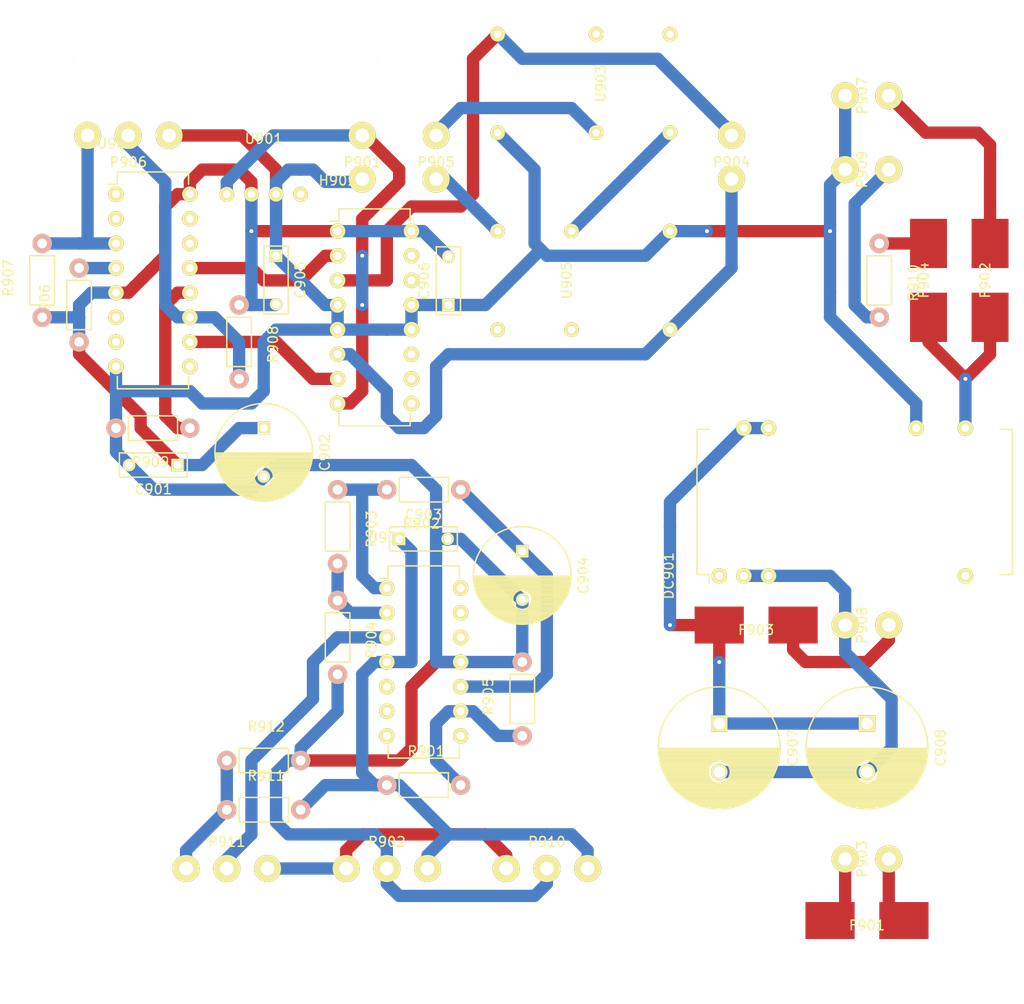
<source format=kicad_pcb>
(kicad_pcb (version 4) (host pcbnew 4.0.0-rc1-stable)

  (general
    (links 87)
    (no_connects 0)
    (area 0 0 0 0)
    (thickness 1.6)
    (drawings 0)
    (tracks 297)
    (zones 0)
    (modules 42)
    (nets 32)
  )

  (page A4)
  (layers
    (0 F.Cu signal)
    (31 B.Cu signal)
    (32 B.Adhes user)
    (33 F.Adhes user)
    (34 B.Paste user)
    (35 F.Paste user)
    (36 B.SilkS user)
    (37 F.SilkS user)
    (38 B.Mask user)
    (39 F.Mask user)
    (40 Dwgs.User user)
    (41 Cmts.User user)
    (42 Eco1.User user)
    (43 Eco2.User user)
    (44 Edge.Cuts user)
    (45 Margin user)
    (46 B.CrtYd user)
    (47 F.CrtYd user)
    (48 B.Fab user)
    (49 F.Fab user)
  )

  (setup
    (last_trace_width 1.27)
    (user_trace_width 1.27)
    (trace_clearance 0.2)
    (zone_clearance 0.508)
    (zone_45_only no)
    (trace_min 0.2)
    (segment_width 0.2)
    (edge_width 0.1)
    (via_size 0.6)
    (via_drill 0.4)
    (via_min_size 0.4)
    (via_min_drill 0.3)
    (uvia_size 0.3)
    (uvia_drill 0.1)
    (uvias_allowed no)
    (uvia_min_size 0.2)
    (uvia_min_drill 0.1)
    (pcb_text_width 0.3)
    (pcb_text_size 1.5 1.5)
    (mod_edge_width 0.15)
    (mod_text_size 1 1)
    (mod_text_width 0.15)
    (pad_size 1.5 1.5)
    (pad_drill 0.6)
    (pad_to_mask_clearance 0)
    (aux_axis_origin 0 0)
    (visible_elements 7FFFFFFF)
    (pcbplotparams
      (layerselection 0x00030_80000001)
      (usegerberextensions false)
      (excludeedgelayer true)
      (linewidth 0.100000)
      (plotframeref false)
      (viasonmask false)
      (mode 1)
      (useauxorigin false)
      (hpglpennumber 1)
      (hpglpenspeed 20)
      (hpglpendiameter 15)
      (hpglpenoverlay 2)
      (psnegative false)
      (psa4output false)
      (plotreference true)
      (plotvalue true)
      (plotinvisibletext false)
      (padsonsilk false)
      (subtractmaskfromsilk false)
      (outputformat 1)
      (mirror false)
      (drillshape 1)
      (scaleselection 1)
      (outputdirectory ""))
  )

  (net 0 "")
  (net 1 /5V)
  (net 2 "Net-(C904-Pad1)")
  (net 3 /GND)
  (net 4 "Net-(C907-Pad1)")
  (net 5 "Net-(DC901-Pad14)")
  (net 6 "Net-(F904-Pad1)")
  (net 7 "Net-(H901-Pad2)")
  (net 8 "Net-(H901-Pad7)")
  (net 9 /12V)
  (net 10 /CUR_SEN)
  (net 11 /CUR_5V)
  (net 12 /B+_IN)
  (net 13 /B+_OUT)
  (net 14 /BMS_SIG)
  (net 15 /IMD_SIG)
  (net 16 /AIRS_IN)
  (net 17 /AIRS_OUT)
  (net 18 /TSAL_12V)
  (net 19 /HV+)
  (net 20 /HV-)
  (net 21 /ACC_LED+)
  (net 22 "Net-(R901-Pad2)")
  (net 23 "Net-(R902-Pad2)")
  (net 24 "Net-(R903-Pad2)")
  (net 25 /BMS_FLT)
  (net 26 /IMD_FLT)
  (net 27 "Net-(U903-Pad4)")
  (net 28 /BMS_RES)
  (net 29 /IMD_RES)
  (net 30 "Net-(P911-Pad3)")
  (net 31 "Net-(P911-Pad2)")

  (net_class Default "This is the default net class."
    (clearance 0.2)
    (trace_width 0.25)
    (via_dia 0.6)
    (via_drill 0.4)
    (uvia_dia 0.3)
    (uvia_drill 0.1)
    (add_net /12V)
    (add_net /5V)
    (add_net /ACC_LED+)
    (add_net /AIRS_IN)
    (add_net /AIRS_OUT)
    (add_net /B+_IN)
    (add_net /B+_OUT)
    (add_net /BMS_FLT)
    (add_net /BMS_RES)
    (add_net /BMS_SIG)
    (add_net /CUR_5V)
    (add_net /CUR_SEN)
    (add_net /GND)
    (add_net /HV+)
    (add_net /HV-)
    (add_net /IMD_FLT)
    (add_net /IMD_RES)
    (add_net /IMD_SIG)
    (add_net /TSAL_12V)
    (add_net "Net-(C904-Pad1)")
    (add_net "Net-(C907-Pad1)")
    (add_net "Net-(DC901-Pad14)")
    (add_net "Net-(F904-Pad1)")
    (add_net "Net-(H901-Pad2)")
    (add_net "Net-(H901-Pad7)")
    (add_net "Net-(P911-Pad2)")
    (add_net "Net-(P911-Pad3)")
    (add_net "Net-(R901-Pad2)")
    (add_net "Net-(R902-Pad2)")
    (add_net "Net-(R903-Pad2)")
    (add_net "Net-(U903-Pad4)")
  )

  (module Capacitors_ThroughHole:C_Rect_L7_W2.5_P5 (layer F.Cu) (tedit 0) (tstamp 571A0166)
    (at 137.16 90.17 180)
    (descr "Film Capacitor Length 7mm x Width 2.5mm, Pitch 5mm")
    (tags Capacitor)
    (path /572850F2)
    (fp_text reference C901 (at 2.5 -2.5 180) (layer F.SilkS)
      (effects (font (size 1 1) (thickness 0.15)))
    )
    (fp_text value .47uF (at 2.5 2.5 180) (layer F.Fab)
      (effects (font (size 1 1) (thickness 0.15)))
    )
    (fp_line (start -1.25 -1.5) (end 6.25 -1.5) (layer F.CrtYd) (width 0.05))
    (fp_line (start 6.25 -1.5) (end 6.25 1.5) (layer F.CrtYd) (width 0.05))
    (fp_line (start 6.25 1.5) (end -1.25 1.5) (layer F.CrtYd) (width 0.05))
    (fp_line (start -1.25 1.5) (end -1.25 -1.5) (layer F.CrtYd) (width 0.05))
    (fp_line (start -1 -1.25) (end 6 -1.25) (layer F.SilkS) (width 0.15))
    (fp_line (start 6 -1.25) (end 6 1.25) (layer F.SilkS) (width 0.15))
    (fp_line (start 6 1.25) (end -1 1.25) (layer F.SilkS) (width 0.15))
    (fp_line (start -1 1.25) (end -1 -1.25) (layer F.SilkS) (width 0.15))
    (pad 1 thru_hole rect (at 0 0 180) (size 1.3 1.3) (drill 0.8) (layers *.Cu *.Mask F.SilkS)
      (net 1 /5V))
    (pad 2 thru_hole circle (at 5 0 180) (size 1.3 1.3) (drill 0.8) (layers *.Cu *.Mask F.SilkS)
      (net 3 /GND))
  )

  (module Capacitors_ThroughHole:C_Radial_D10_L13_P5 (layer F.Cu) (tedit 0) (tstamp 571A016C)
    (at 146.05 86.36 270)
    (descr "Radial Electrolytic Capacitor Diameter 10mm x Length 13mm, Pitch 5mm")
    (tags "Electrolytic Capacitor")
    (path /572850F9)
    (fp_text reference C902 (at 2.5 -6.3 270) (layer F.SilkS)
      (effects (font (size 1 1) (thickness 0.15)))
    )
    (fp_text value 10uF (at 2.5 6.3 270) (layer F.Fab)
      (effects (font (size 1 1) (thickness 0.15)))
    )
    (fp_line (start 2.575 -4.999) (end 2.575 4.999) (layer F.SilkS) (width 0.15))
    (fp_line (start 2.715 -4.995) (end 2.715 4.995) (layer F.SilkS) (width 0.15))
    (fp_line (start 2.855 -4.987) (end 2.855 4.987) (layer F.SilkS) (width 0.15))
    (fp_line (start 2.995 -4.975) (end 2.995 4.975) (layer F.SilkS) (width 0.15))
    (fp_line (start 3.135 -4.96) (end 3.135 4.96) (layer F.SilkS) (width 0.15))
    (fp_line (start 3.275 -4.94) (end 3.275 4.94) (layer F.SilkS) (width 0.15))
    (fp_line (start 3.415 -4.916) (end 3.415 4.916) (layer F.SilkS) (width 0.15))
    (fp_line (start 3.555 -4.887) (end 3.555 4.887) (layer F.SilkS) (width 0.15))
    (fp_line (start 3.695 -4.855) (end 3.695 4.855) (layer F.SilkS) (width 0.15))
    (fp_line (start 3.835 -4.818) (end 3.835 4.818) (layer F.SilkS) (width 0.15))
    (fp_line (start 3.975 -4.777) (end 3.975 4.777) (layer F.SilkS) (width 0.15))
    (fp_line (start 4.115 -4.732) (end 4.115 -0.466) (layer F.SilkS) (width 0.15))
    (fp_line (start 4.115 0.466) (end 4.115 4.732) (layer F.SilkS) (width 0.15))
    (fp_line (start 4.255 -4.682) (end 4.255 -0.667) (layer F.SilkS) (width 0.15))
    (fp_line (start 4.255 0.667) (end 4.255 4.682) (layer F.SilkS) (width 0.15))
    (fp_line (start 4.395 -4.627) (end 4.395 -0.796) (layer F.SilkS) (width 0.15))
    (fp_line (start 4.395 0.796) (end 4.395 4.627) (layer F.SilkS) (width 0.15))
    (fp_line (start 4.535 -4.567) (end 4.535 -0.885) (layer F.SilkS) (width 0.15))
    (fp_line (start 4.535 0.885) (end 4.535 4.567) (layer F.SilkS) (width 0.15))
    (fp_line (start 4.675 -4.502) (end 4.675 -0.946) (layer F.SilkS) (width 0.15))
    (fp_line (start 4.675 0.946) (end 4.675 4.502) (layer F.SilkS) (width 0.15))
    (fp_line (start 4.815 -4.432) (end 4.815 -0.983) (layer F.SilkS) (width 0.15))
    (fp_line (start 4.815 0.983) (end 4.815 4.432) (layer F.SilkS) (width 0.15))
    (fp_line (start 4.955 -4.356) (end 4.955 -0.999) (layer F.SilkS) (width 0.15))
    (fp_line (start 4.955 0.999) (end 4.955 4.356) (layer F.SilkS) (width 0.15))
    (fp_line (start 5.095 -4.274) (end 5.095 -0.995) (layer F.SilkS) (width 0.15))
    (fp_line (start 5.095 0.995) (end 5.095 4.274) (layer F.SilkS) (width 0.15))
    (fp_line (start 5.235 -4.186) (end 5.235 -0.972) (layer F.SilkS) (width 0.15))
    (fp_line (start 5.235 0.972) (end 5.235 4.186) (layer F.SilkS) (width 0.15))
    (fp_line (start 5.375 -4.091) (end 5.375 -0.927) (layer F.SilkS) (width 0.15))
    (fp_line (start 5.375 0.927) (end 5.375 4.091) (layer F.SilkS) (width 0.15))
    (fp_line (start 5.515 -3.989) (end 5.515 -0.857) (layer F.SilkS) (width 0.15))
    (fp_line (start 5.515 0.857) (end 5.515 3.989) (layer F.SilkS) (width 0.15))
    (fp_line (start 5.655 -3.879) (end 5.655 -0.756) (layer F.SilkS) (width 0.15))
    (fp_line (start 5.655 0.756) (end 5.655 3.879) (layer F.SilkS) (width 0.15))
    (fp_line (start 5.795 -3.761) (end 5.795 -0.607) (layer F.SilkS) (width 0.15))
    (fp_line (start 5.795 0.607) (end 5.795 3.761) (layer F.SilkS) (width 0.15))
    (fp_line (start 5.935 -3.633) (end 5.935 -0.355) (layer F.SilkS) (width 0.15))
    (fp_line (start 5.935 0.355) (end 5.935 3.633) (layer F.SilkS) (width 0.15))
    (fp_line (start 6.075 -3.496) (end 6.075 3.496) (layer F.SilkS) (width 0.15))
    (fp_line (start 6.215 -3.346) (end 6.215 3.346) (layer F.SilkS) (width 0.15))
    (fp_line (start 6.355 -3.184) (end 6.355 3.184) (layer F.SilkS) (width 0.15))
    (fp_line (start 6.495 -3.007) (end 6.495 3.007) (layer F.SilkS) (width 0.15))
    (fp_line (start 6.635 -2.811) (end 6.635 2.811) (layer F.SilkS) (width 0.15))
    (fp_line (start 6.775 -2.593) (end 6.775 2.593) (layer F.SilkS) (width 0.15))
    (fp_line (start 6.915 -2.347) (end 6.915 2.347) (layer F.SilkS) (width 0.15))
    (fp_line (start 7.055 -2.062) (end 7.055 2.062) (layer F.SilkS) (width 0.15))
    (fp_line (start 7.195 -1.72) (end 7.195 1.72) (layer F.SilkS) (width 0.15))
    (fp_line (start 7.335 -1.274) (end 7.335 1.274) (layer F.SilkS) (width 0.15))
    (fp_line (start 7.475 -0.499) (end 7.475 0.499) (layer F.SilkS) (width 0.15))
    (fp_circle (center 5 0) (end 5 -1) (layer F.SilkS) (width 0.15))
    (fp_circle (center 2.5 0) (end 2.5 -5.0375) (layer F.SilkS) (width 0.15))
    (fp_circle (center 2.5 0) (end 2.5 -5.3) (layer F.CrtYd) (width 0.05))
    (pad 1 thru_hole rect (at 0 0 270) (size 1.3 1.3) (drill 0.8) (layers *.Cu *.Mask F.SilkS)
      (net 1 /5V))
    (pad 2 thru_hole circle (at 5 0 270) (size 1.3 1.3) (drill 0.8) (layers *.Cu *.Mask F.SilkS)
      (net 3 /GND))
    (model Capacitors_ThroughHole.3dshapes/C_Radial_D10_L13_P5.wrl
      (at (xyz 0.0984252 0 0))
      (scale (xyz 1 1 1))
      (rotate (xyz 0 0 90))
    )
  )

  (module Capacitors_ThroughHole:C_Rect_L7_W2.5_P5 (layer F.Cu) (tedit 0) (tstamp 571A0172)
    (at 160.02 97.79)
    (descr "Film Capacitor Length 7mm x Width 2.5mm, Pitch 5mm")
    (tags Capacitor)
    (path /57273C21)
    (fp_text reference C903 (at 2.5 -2.5) (layer F.SilkS)
      (effects (font (size 1 1) (thickness 0.15)))
    )
    (fp_text value .47uF (at 2.5 2.5) (layer F.Fab)
      (effects (font (size 1 1) (thickness 0.15)))
    )
    (fp_line (start -1.25 -1.5) (end 6.25 -1.5) (layer F.CrtYd) (width 0.05))
    (fp_line (start 6.25 -1.5) (end 6.25 1.5) (layer F.CrtYd) (width 0.05))
    (fp_line (start 6.25 1.5) (end -1.25 1.5) (layer F.CrtYd) (width 0.05))
    (fp_line (start -1.25 1.5) (end -1.25 -1.5) (layer F.CrtYd) (width 0.05))
    (fp_line (start -1 -1.25) (end 6 -1.25) (layer F.SilkS) (width 0.15))
    (fp_line (start 6 -1.25) (end 6 1.25) (layer F.SilkS) (width 0.15))
    (fp_line (start 6 1.25) (end -1 1.25) (layer F.SilkS) (width 0.15))
    (fp_line (start -1 1.25) (end -1 -1.25) (layer F.SilkS) (width 0.15))
    (pad 1 thru_hole rect (at 0 0) (size 1.3 1.3) (drill 0.8) (layers *.Cu *.Mask F.SilkS)
      (net 11 /CUR_5V))
    (pad 2 thru_hole circle (at 5 0) (size 1.3 1.3) (drill 0.8) (layers *.Cu *.Mask F.SilkS)
      (net 3 /GND))
  )

  (module Capacitors_ThroughHole:C_Radial_D10_L13_P5 (layer F.Cu) (tedit 0) (tstamp 571A0178)
    (at 172.72 99.06 270)
    (descr "Radial Electrolytic Capacitor Diameter 10mm x Length 13mm, Pitch 5mm")
    (tags "Electrolytic Capacitor")
    (path /57273C3D)
    (fp_text reference C904 (at 2.5 -6.3 270) (layer F.SilkS)
      (effects (font (size 1 1) (thickness 0.15)))
    )
    (fp_text value .1uF (at 2.5 6.3 270) (layer F.Fab)
      (effects (font (size 1 1) (thickness 0.15)))
    )
    (fp_line (start 2.575 -4.999) (end 2.575 4.999) (layer F.SilkS) (width 0.15))
    (fp_line (start 2.715 -4.995) (end 2.715 4.995) (layer F.SilkS) (width 0.15))
    (fp_line (start 2.855 -4.987) (end 2.855 4.987) (layer F.SilkS) (width 0.15))
    (fp_line (start 2.995 -4.975) (end 2.995 4.975) (layer F.SilkS) (width 0.15))
    (fp_line (start 3.135 -4.96) (end 3.135 4.96) (layer F.SilkS) (width 0.15))
    (fp_line (start 3.275 -4.94) (end 3.275 4.94) (layer F.SilkS) (width 0.15))
    (fp_line (start 3.415 -4.916) (end 3.415 4.916) (layer F.SilkS) (width 0.15))
    (fp_line (start 3.555 -4.887) (end 3.555 4.887) (layer F.SilkS) (width 0.15))
    (fp_line (start 3.695 -4.855) (end 3.695 4.855) (layer F.SilkS) (width 0.15))
    (fp_line (start 3.835 -4.818) (end 3.835 4.818) (layer F.SilkS) (width 0.15))
    (fp_line (start 3.975 -4.777) (end 3.975 4.777) (layer F.SilkS) (width 0.15))
    (fp_line (start 4.115 -4.732) (end 4.115 -0.466) (layer F.SilkS) (width 0.15))
    (fp_line (start 4.115 0.466) (end 4.115 4.732) (layer F.SilkS) (width 0.15))
    (fp_line (start 4.255 -4.682) (end 4.255 -0.667) (layer F.SilkS) (width 0.15))
    (fp_line (start 4.255 0.667) (end 4.255 4.682) (layer F.SilkS) (width 0.15))
    (fp_line (start 4.395 -4.627) (end 4.395 -0.796) (layer F.SilkS) (width 0.15))
    (fp_line (start 4.395 0.796) (end 4.395 4.627) (layer F.SilkS) (width 0.15))
    (fp_line (start 4.535 -4.567) (end 4.535 -0.885) (layer F.SilkS) (width 0.15))
    (fp_line (start 4.535 0.885) (end 4.535 4.567) (layer F.SilkS) (width 0.15))
    (fp_line (start 4.675 -4.502) (end 4.675 -0.946) (layer F.SilkS) (width 0.15))
    (fp_line (start 4.675 0.946) (end 4.675 4.502) (layer F.SilkS) (width 0.15))
    (fp_line (start 4.815 -4.432) (end 4.815 -0.983) (layer F.SilkS) (width 0.15))
    (fp_line (start 4.815 0.983) (end 4.815 4.432) (layer F.SilkS) (width 0.15))
    (fp_line (start 4.955 -4.356) (end 4.955 -0.999) (layer F.SilkS) (width 0.15))
    (fp_line (start 4.955 0.999) (end 4.955 4.356) (layer F.SilkS) (width 0.15))
    (fp_line (start 5.095 -4.274) (end 5.095 -0.995) (layer F.SilkS) (width 0.15))
    (fp_line (start 5.095 0.995) (end 5.095 4.274) (layer F.SilkS) (width 0.15))
    (fp_line (start 5.235 -4.186) (end 5.235 -0.972) (layer F.SilkS) (width 0.15))
    (fp_line (start 5.235 0.972) (end 5.235 4.186) (layer F.SilkS) (width 0.15))
    (fp_line (start 5.375 -4.091) (end 5.375 -0.927) (layer F.SilkS) (width 0.15))
    (fp_line (start 5.375 0.927) (end 5.375 4.091) (layer F.SilkS) (width 0.15))
    (fp_line (start 5.515 -3.989) (end 5.515 -0.857) (layer F.SilkS) (width 0.15))
    (fp_line (start 5.515 0.857) (end 5.515 3.989) (layer F.SilkS) (width 0.15))
    (fp_line (start 5.655 -3.879) (end 5.655 -0.756) (layer F.SilkS) (width 0.15))
    (fp_line (start 5.655 0.756) (end 5.655 3.879) (layer F.SilkS) (width 0.15))
    (fp_line (start 5.795 -3.761) (end 5.795 -0.607) (layer F.SilkS) (width 0.15))
    (fp_line (start 5.795 0.607) (end 5.795 3.761) (layer F.SilkS) (width 0.15))
    (fp_line (start 5.935 -3.633) (end 5.935 -0.355) (layer F.SilkS) (width 0.15))
    (fp_line (start 5.935 0.355) (end 5.935 3.633) (layer F.SilkS) (width 0.15))
    (fp_line (start 6.075 -3.496) (end 6.075 3.496) (layer F.SilkS) (width 0.15))
    (fp_line (start 6.215 -3.346) (end 6.215 3.346) (layer F.SilkS) (width 0.15))
    (fp_line (start 6.355 -3.184) (end 6.355 3.184) (layer F.SilkS) (width 0.15))
    (fp_line (start 6.495 -3.007) (end 6.495 3.007) (layer F.SilkS) (width 0.15))
    (fp_line (start 6.635 -2.811) (end 6.635 2.811) (layer F.SilkS) (width 0.15))
    (fp_line (start 6.775 -2.593) (end 6.775 2.593) (layer F.SilkS) (width 0.15))
    (fp_line (start 6.915 -2.347) (end 6.915 2.347) (layer F.SilkS) (width 0.15))
    (fp_line (start 7.055 -2.062) (end 7.055 2.062) (layer F.SilkS) (width 0.15))
    (fp_line (start 7.195 -1.72) (end 7.195 1.72) (layer F.SilkS) (width 0.15))
    (fp_line (start 7.335 -1.274) (end 7.335 1.274) (layer F.SilkS) (width 0.15))
    (fp_line (start 7.475 -0.499) (end 7.475 0.499) (layer F.SilkS) (width 0.15))
    (fp_circle (center 5 0) (end 5 -1) (layer F.SilkS) (width 0.15))
    (fp_circle (center 2.5 0) (end 2.5 -5.0375) (layer F.SilkS) (width 0.15))
    (fp_circle (center 2.5 0) (end 2.5 -5.3) (layer F.CrtYd) (width 0.05))
    (pad 1 thru_hole rect (at 0 0 270) (size 1.3 1.3) (drill 0.8) (layers *.Cu *.Mask F.SilkS)
      (net 2 "Net-(C904-Pad1)"))
    (pad 2 thru_hole circle (at 5 0 270) (size 1.3 1.3) (drill 0.8) (layers *.Cu *.Mask F.SilkS)
      (net 3 /GND))
    (model Capacitors_ThroughHole.3dshapes/C_Radial_D10_L13_P5.wrl
      (at (xyz 0.0984252 0 0))
      (scale (xyz 1 1 1))
      (rotate (xyz 0 0 90))
    )
  )

  (module Capacitors_ThroughHole:C_Rect_L7_W2.5_P5 (layer F.Cu) (tedit 0) (tstamp 571A017E)
    (at 147.32 68.58 270)
    (descr "Film Capacitor Length 7mm x Width 2.5mm, Pitch 5mm")
    (tags Capacitor)
    (path /5720C6CD)
    (fp_text reference C905 (at 2.5 -2.5 270) (layer F.SilkS)
      (effects (font (size 1 1) (thickness 0.15)))
    )
    (fp_text value .47uF (at 2.5 2.5 270) (layer F.Fab)
      (effects (font (size 1 1) (thickness 0.15)))
    )
    (fp_line (start -1.25 -1.5) (end 6.25 -1.5) (layer F.CrtYd) (width 0.05))
    (fp_line (start 6.25 -1.5) (end 6.25 1.5) (layer F.CrtYd) (width 0.05))
    (fp_line (start 6.25 1.5) (end -1.25 1.5) (layer F.CrtYd) (width 0.05))
    (fp_line (start -1.25 1.5) (end -1.25 -1.5) (layer F.CrtYd) (width 0.05))
    (fp_line (start -1 -1.25) (end 6 -1.25) (layer F.SilkS) (width 0.15))
    (fp_line (start 6 -1.25) (end 6 1.25) (layer F.SilkS) (width 0.15))
    (fp_line (start 6 1.25) (end -1 1.25) (layer F.SilkS) (width 0.15))
    (fp_line (start -1 1.25) (end -1 -1.25) (layer F.SilkS) (width 0.15))
    (pad 1 thru_hole rect (at 0 0 270) (size 1.3 1.3) (drill 0.8) (layers *.Cu *.Mask F.SilkS)
      (net 3 /GND))
    (pad 2 thru_hole circle (at 5 0 270) (size 1.3 1.3) (drill 0.8) (layers *.Cu *.Mask F.SilkS)
      (net 1 /5V))
  )

  (module Capacitors_ThroughHole:C_Rect_L7_W2.5_P5 (layer F.Cu) (tedit 0) (tstamp 571A0184)
    (at 165.1 73.66 90)
    (descr "Film Capacitor Length 7mm x Width 2.5mm, Pitch 5mm")
    (tags Capacitor)
    (path /5720D20E)
    (fp_text reference C906 (at 2.5 -2.5 90) (layer F.SilkS)
      (effects (font (size 1 1) (thickness 0.15)))
    )
    (fp_text value .47uF (at 2.5 2.5 90) (layer F.Fab)
      (effects (font (size 1 1) (thickness 0.15)))
    )
    (fp_line (start -1.25 -1.5) (end 6.25 -1.5) (layer F.CrtYd) (width 0.05))
    (fp_line (start 6.25 -1.5) (end 6.25 1.5) (layer F.CrtYd) (width 0.05))
    (fp_line (start 6.25 1.5) (end -1.25 1.5) (layer F.CrtYd) (width 0.05))
    (fp_line (start -1.25 1.5) (end -1.25 -1.5) (layer F.CrtYd) (width 0.05))
    (fp_line (start -1 -1.25) (end 6 -1.25) (layer F.SilkS) (width 0.15))
    (fp_line (start 6 -1.25) (end 6 1.25) (layer F.SilkS) (width 0.15))
    (fp_line (start 6 1.25) (end -1 1.25) (layer F.SilkS) (width 0.15))
    (fp_line (start -1 1.25) (end -1 -1.25) (layer F.SilkS) (width 0.15))
    (pad 1 thru_hole rect (at 0 0 90) (size 1.3 1.3) (drill 0.8) (layers *.Cu *.Mask F.SilkS)
      (net 3 /GND))
    (pad 2 thru_hole circle (at 5 0 90) (size 1.3 1.3) (drill 0.8) (layers *.Cu *.Mask F.SilkS)
      (net 1 /5V))
  )

  (module Capacitors_ThroughHole:C_Radial_D12.5_L25_P5 (layer F.Cu) (tedit 0) (tstamp 571A018A)
    (at 193.04 116.84 270)
    (descr "Radial Electrolytic Capacitor Diameter 12.5mm x Length 25mm, Pitch 5mm")
    (tags "Electrolytic Capacitor")
    (path /571E9243)
    (fp_text reference C907 (at 2.5 -7.6 270) (layer F.SilkS)
      (effects (font (size 1 1) (thickness 0.15)))
    )
    (fp_text value 100uF (at 2.5 7.6 270) (layer F.Fab)
      (effects (font (size 1 1) (thickness 0.15)))
    )
    (fp_line (start 2.575 -6.25) (end 2.575 6.25) (layer F.SilkS) (width 0.15))
    (fp_line (start 2.715 -6.246) (end 2.715 6.246) (layer F.SilkS) (width 0.15))
    (fp_line (start 2.855 -6.24) (end 2.855 6.24) (layer F.SilkS) (width 0.15))
    (fp_line (start 2.995 -6.23) (end 2.995 6.23) (layer F.SilkS) (width 0.15))
    (fp_line (start 3.135 -6.218) (end 3.135 6.218) (layer F.SilkS) (width 0.15))
    (fp_line (start 3.275 -6.202) (end 3.275 6.202) (layer F.SilkS) (width 0.15))
    (fp_line (start 3.415 -6.183) (end 3.415 6.183) (layer F.SilkS) (width 0.15))
    (fp_line (start 3.555 -6.16) (end 3.555 6.16) (layer F.SilkS) (width 0.15))
    (fp_line (start 3.695 -6.135) (end 3.695 6.135) (layer F.SilkS) (width 0.15))
    (fp_line (start 3.835 -6.106) (end 3.835 6.106) (layer F.SilkS) (width 0.15))
    (fp_line (start 3.975 -6.073) (end 3.975 -0.521) (layer F.SilkS) (width 0.15))
    (fp_line (start 3.975 0.521) (end 3.975 6.073) (layer F.SilkS) (width 0.15))
    (fp_line (start 4.115 -6.038) (end 4.115 -0.734) (layer F.SilkS) (width 0.15))
    (fp_line (start 4.115 0.734) (end 4.115 6.038) (layer F.SilkS) (width 0.15))
    (fp_line (start 4.255 -5.999) (end 4.255 -0.876) (layer F.SilkS) (width 0.15))
    (fp_line (start 4.255 0.876) (end 4.255 5.999) (layer F.SilkS) (width 0.15))
    (fp_line (start 4.395 -5.956) (end 4.395 -0.978) (layer F.SilkS) (width 0.15))
    (fp_line (start 4.395 0.978) (end 4.395 5.956) (layer F.SilkS) (width 0.15))
    (fp_line (start 4.535 -5.909) (end 4.535 -1.052) (layer F.SilkS) (width 0.15))
    (fp_line (start 4.535 1.052) (end 4.535 5.909) (layer F.SilkS) (width 0.15))
    (fp_line (start 4.675 -5.859) (end 4.675 -1.103) (layer F.SilkS) (width 0.15))
    (fp_line (start 4.675 1.103) (end 4.675 5.859) (layer F.SilkS) (width 0.15))
    (fp_line (start 4.815 -5.805) (end 4.815 -1.135) (layer F.SilkS) (width 0.15))
    (fp_line (start 4.815 1.135) (end 4.815 5.805) (layer F.SilkS) (width 0.15))
    (fp_line (start 4.955 -5.748) (end 4.955 -1.149) (layer F.SilkS) (width 0.15))
    (fp_line (start 4.955 1.149) (end 4.955 5.748) (layer F.SilkS) (width 0.15))
    (fp_line (start 5.095 -5.686) (end 5.095 -1.146) (layer F.SilkS) (width 0.15))
    (fp_line (start 5.095 1.146) (end 5.095 5.686) (layer F.SilkS) (width 0.15))
    (fp_line (start 5.235 -5.62) (end 5.235 -1.126) (layer F.SilkS) (width 0.15))
    (fp_line (start 5.235 1.126) (end 5.235 5.62) (layer F.SilkS) (width 0.15))
    (fp_line (start 5.375 -5.549) (end 5.375 -1.087) (layer F.SilkS) (width 0.15))
    (fp_line (start 5.375 1.087) (end 5.375 5.549) (layer F.SilkS) (width 0.15))
    (fp_line (start 5.515 -5.475) (end 5.515 -1.028) (layer F.SilkS) (width 0.15))
    (fp_line (start 5.515 1.028) (end 5.515 5.475) (layer F.SilkS) (width 0.15))
    (fp_line (start 5.655 -5.395) (end 5.655 -0.945) (layer F.SilkS) (width 0.15))
    (fp_line (start 5.655 0.945) (end 5.655 5.395) (layer F.SilkS) (width 0.15))
    (fp_line (start 5.795 -5.311) (end 5.795 -0.831) (layer F.SilkS) (width 0.15))
    (fp_line (start 5.795 0.831) (end 5.795 5.311) (layer F.SilkS) (width 0.15))
    (fp_line (start 5.935 -5.221) (end 5.935 -0.67) (layer F.SilkS) (width 0.15))
    (fp_line (start 5.935 0.67) (end 5.935 5.221) (layer F.SilkS) (width 0.15))
    (fp_line (start 6.075 -5.127) (end 6.075 -0.409) (layer F.SilkS) (width 0.15))
    (fp_line (start 6.075 0.409) (end 6.075 5.127) (layer F.SilkS) (width 0.15))
    (fp_line (start 6.215 -5.026) (end 6.215 5.026) (layer F.SilkS) (width 0.15))
    (fp_line (start 6.355 -4.919) (end 6.355 4.919) (layer F.SilkS) (width 0.15))
    (fp_line (start 6.495 -4.807) (end 6.495 4.807) (layer F.SilkS) (width 0.15))
    (fp_line (start 6.635 -4.687) (end 6.635 4.687) (layer F.SilkS) (width 0.15))
    (fp_line (start 6.775 -4.559) (end 6.775 4.559) (layer F.SilkS) (width 0.15))
    (fp_line (start 6.915 -4.424) (end 6.915 4.424) (layer F.SilkS) (width 0.15))
    (fp_line (start 7.055 -4.28) (end 7.055 4.28) (layer F.SilkS) (width 0.15))
    (fp_line (start 7.195 -4.125) (end 7.195 4.125) (layer F.SilkS) (width 0.15))
    (fp_line (start 7.335 -3.96) (end 7.335 3.96) (layer F.SilkS) (width 0.15))
    (fp_line (start 7.475 -3.783) (end 7.475 3.783) (layer F.SilkS) (width 0.15))
    (fp_line (start 7.615 -3.592) (end 7.615 3.592) (layer F.SilkS) (width 0.15))
    (fp_line (start 7.755 -3.383) (end 7.755 3.383) (layer F.SilkS) (width 0.15))
    (fp_line (start 7.895 -3.155) (end 7.895 3.155) (layer F.SilkS) (width 0.15))
    (fp_line (start 8.035 -2.903) (end 8.035 2.903) (layer F.SilkS) (width 0.15))
    (fp_line (start 8.175 -2.619) (end 8.175 2.619) (layer F.SilkS) (width 0.15))
    (fp_line (start 8.315 -2.291) (end 8.315 2.291) (layer F.SilkS) (width 0.15))
    (fp_line (start 8.455 -1.897) (end 8.455 1.897) (layer F.SilkS) (width 0.15))
    (fp_line (start 8.595 -1.383) (end 8.595 1.383) (layer F.SilkS) (width 0.15))
    (fp_line (start 8.735 -0.433) (end 8.735 0.433) (layer F.SilkS) (width 0.15))
    (fp_circle (center 5 0) (end 5 -1.15) (layer F.SilkS) (width 0.15))
    (fp_circle (center 2.5 0) (end 2.5 -6.2875) (layer F.SilkS) (width 0.15))
    (fp_circle (center 2.5 0) (end 2.5 -6.6) (layer F.CrtYd) (width 0.05))
    (pad 2 thru_hole circle (at 5 0 270) (size 1.7 1.7) (drill 1.2) (layers *.Cu *.Mask F.SilkS)
      (net 20 /HV-))
    (pad 1 thru_hole rect (at 0 0 270) (size 1.7 1.7) (drill 1.2) (layers *.Cu *.Mask F.SilkS)
      (net 4 "Net-(C907-Pad1)"))
    (model Capacitors_ThroughHole.3dshapes/C_Radial_D12.5_L25_P5.wrl
      (at (xyz 0 0 0))
      (scale (xyz 1 1 1))
      (rotate (xyz 0 0 0))
    )
  )

  (module Capacitors_ThroughHole:C_Radial_D12.5_L25_P5 (layer F.Cu) (tedit 0) (tstamp 571A0190)
    (at 208.28 116.84 270)
    (descr "Radial Electrolytic Capacitor Diameter 12.5mm x Length 25mm, Pitch 5mm")
    (tags "Electrolytic Capacitor")
    (path /571E8EF6)
    (fp_text reference C908 (at 2.5 -7.6 270) (layer F.SilkS)
      (effects (font (size 1 1) (thickness 0.15)))
    )
    (fp_text value 100uF (at 2.5 7.6 270) (layer F.Fab)
      (effects (font (size 1 1) (thickness 0.15)))
    )
    (fp_line (start 2.575 -6.25) (end 2.575 6.25) (layer F.SilkS) (width 0.15))
    (fp_line (start 2.715 -6.246) (end 2.715 6.246) (layer F.SilkS) (width 0.15))
    (fp_line (start 2.855 -6.24) (end 2.855 6.24) (layer F.SilkS) (width 0.15))
    (fp_line (start 2.995 -6.23) (end 2.995 6.23) (layer F.SilkS) (width 0.15))
    (fp_line (start 3.135 -6.218) (end 3.135 6.218) (layer F.SilkS) (width 0.15))
    (fp_line (start 3.275 -6.202) (end 3.275 6.202) (layer F.SilkS) (width 0.15))
    (fp_line (start 3.415 -6.183) (end 3.415 6.183) (layer F.SilkS) (width 0.15))
    (fp_line (start 3.555 -6.16) (end 3.555 6.16) (layer F.SilkS) (width 0.15))
    (fp_line (start 3.695 -6.135) (end 3.695 6.135) (layer F.SilkS) (width 0.15))
    (fp_line (start 3.835 -6.106) (end 3.835 6.106) (layer F.SilkS) (width 0.15))
    (fp_line (start 3.975 -6.073) (end 3.975 -0.521) (layer F.SilkS) (width 0.15))
    (fp_line (start 3.975 0.521) (end 3.975 6.073) (layer F.SilkS) (width 0.15))
    (fp_line (start 4.115 -6.038) (end 4.115 -0.734) (layer F.SilkS) (width 0.15))
    (fp_line (start 4.115 0.734) (end 4.115 6.038) (layer F.SilkS) (width 0.15))
    (fp_line (start 4.255 -5.999) (end 4.255 -0.876) (layer F.SilkS) (width 0.15))
    (fp_line (start 4.255 0.876) (end 4.255 5.999) (layer F.SilkS) (width 0.15))
    (fp_line (start 4.395 -5.956) (end 4.395 -0.978) (layer F.SilkS) (width 0.15))
    (fp_line (start 4.395 0.978) (end 4.395 5.956) (layer F.SilkS) (width 0.15))
    (fp_line (start 4.535 -5.909) (end 4.535 -1.052) (layer F.SilkS) (width 0.15))
    (fp_line (start 4.535 1.052) (end 4.535 5.909) (layer F.SilkS) (width 0.15))
    (fp_line (start 4.675 -5.859) (end 4.675 -1.103) (layer F.SilkS) (width 0.15))
    (fp_line (start 4.675 1.103) (end 4.675 5.859) (layer F.SilkS) (width 0.15))
    (fp_line (start 4.815 -5.805) (end 4.815 -1.135) (layer F.SilkS) (width 0.15))
    (fp_line (start 4.815 1.135) (end 4.815 5.805) (layer F.SilkS) (width 0.15))
    (fp_line (start 4.955 -5.748) (end 4.955 -1.149) (layer F.SilkS) (width 0.15))
    (fp_line (start 4.955 1.149) (end 4.955 5.748) (layer F.SilkS) (width 0.15))
    (fp_line (start 5.095 -5.686) (end 5.095 -1.146) (layer F.SilkS) (width 0.15))
    (fp_line (start 5.095 1.146) (end 5.095 5.686) (layer F.SilkS) (width 0.15))
    (fp_line (start 5.235 -5.62) (end 5.235 -1.126) (layer F.SilkS) (width 0.15))
    (fp_line (start 5.235 1.126) (end 5.235 5.62) (layer F.SilkS) (width 0.15))
    (fp_line (start 5.375 -5.549) (end 5.375 -1.087) (layer F.SilkS) (width 0.15))
    (fp_line (start 5.375 1.087) (end 5.375 5.549) (layer F.SilkS) (width 0.15))
    (fp_line (start 5.515 -5.475) (end 5.515 -1.028) (layer F.SilkS) (width 0.15))
    (fp_line (start 5.515 1.028) (end 5.515 5.475) (layer F.SilkS) (width 0.15))
    (fp_line (start 5.655 -5.395) (end 5.655 -0.945) (layer F.SilkS) (width 0.15))
    (fp_line (start 5.655 0.945) (end 5.655 5.395) (layer F.SilkS) (width 0.15))
    (fp_line (start 5.795 -5.311) (end 5.795 -0.831) (layer F.SilkS) (width 0.15))
    (fp_line (start 5.795 0.831) (end 5.795 5.311) (layer F.SilkS) (width 0.15))
    (fp_line (start 5.935 -5.221) (end 5.935 -0.67) (layer F.SilkS) (width 0.15))
    (fp_line (start 5.935 0.67) (end 5.935 5.221) (layer F.SilkS) (width 0.15))
    (fp_line (start 6.075 -5.127) (end 6.075 -0.409) (layer F.SilkS) (width 0.15))
    (fp_line (start 6.075 0.409) (end 6.075 5.127) (layer F.SilkS) (width 0.15))
    (fp_line (start 6.215 -5.026) (end 6.215 5.026) (layer F.SilkS) (width 0.15))
    (fp_line (start 6.355 -4.919) (end 6.355 4.919) (layer F.SilkS) (width 0.15))
    (fp_line (start 6.495 -4.807) (end 6.495 4.807) (layer F.SilkS) (width 0.15))
    (fp_line (start 6.635 -4.687) (end 6.635 4.687) (layer F.SilkS) (width 0.15))
    (fp_line (start 6.775 -4.559) (end 6.775 4.559) (layer F.SilkS) (width 0.15))
    (fp_line (start 6.915 -4.424) (end 6.915 4.424) (layer F.SilkS) (width 0.15))
    (fp_line (start 7.055 -4.28) (end 7.055 4.28) (layer F.SilkS) (width 0.15))
    (fp_line (start 7.195 -4.125) (end 7.195 4.125) (layer F.SilkS) (width 0.15))
    (fp_line (start 7.335 -3.96) (end 7.335 3.96) (layer F.SilkS) (width 0.15))
    (fp_line (start 7.475 -3.783) (end 7.475 3.783) (layer F.SilkS) (width 0.15))
    (fp_line (start 7.615 -3.592) (end 7.615 3.592) (layer F.SilkS) (width 0.15))
    (fp_line (start 7.755 -3.383) (end 7.755 3.383) (layer F.SilkS) (width 0.15))
    (fp_line (start 7.895 -3.155) (end 7.895 3.155) (layer F.SilkS) (width 0.15))
    (fp_line (start 8.035 -2.903) (end 8.035 2.903) (layer F.SilkS) (width 0.15))
    (fp_line (start 8.175 -2.619) (end 8.175 2.619) (layer F.SilkS) (width 0.15))
    (fp_line (start 8.315 -2.291) (end 8.315 2.291) (layer F.SilkS) (width 0.15))
    (fp_line (start 8.455 -1.897) (end 8.455 1.897) (layer F.SilkS) (width 0.15))
    (fp_line (start 8.595 -1.383) (end 8.595 1.383) (layer F.SilkS) (width 0.15))
    (fp_line (start 8.735 -0.433) (end 8.735 0.433) (layer F.SilkS) (width 0.15))
    (fp_circle (center 5 0) (end 5 -1.15) (layer F.SilkS) (width 0.15))
    (fp_circle (center 2.5 0) (end 2.5 -6.2875) (layer F.SilkS) (width 0.15))
    (fp_circle (center 2.5 0) (end 2.5 -6.6) (layer F.CrtYd) (width 0.05))
    (pad 2 thru_hole circle (at 5 0 270) (size 1.7 1.7) (drill 1.2) (layers *.Cu *.Mask F.SilkS)
      (net 20 /HV-))
    (pad 1 thru_hole rect (at 0 0 270) (size 1.7 1.7) (drill 1.2) (layers *.Cu *.Mask F.SilkS)
      (net 4 "Net-(C907-Pad1)"))
    (model Capacitors_ThroughHole.3dshapes/C_Radial_D12.5_L25_P5.wrl
      (at (xyz 0 0 0))
      (scale (xyz 1 1 1))
      (rotate (xyz 0 0 0))
    )
  )

  (module "FS FINAL:RDD08110S12" (layer F.Cu) (tedit 57143AB1) (tstamp 571A019C)
    (at 193.04 101.6 90)
    (descr "24-lead dip package, row spacing 15.24 mm (600 mils)")
    (tags "dil dip 2.54 600")
    (path /57273BFC)
    (fp_text reference DC901 (at 0 -5.22 90) (layer F.SilkS)
      (effects (font (size 1 1) (thickness 0.15)))
    )
    (fp_text value RDD08110S12 (at 0 -3.72 90) (layer F.Fab)
      (effects (font (size 1 1) (thickness 0.15)))
    )
    (fp_line (start -1.05 -2.45) (end -1.05 30.4) (layer F.CrtYd) (width 0.05))
    (fp_line (start 16.3 -2.45) (end 16.3 30.4) (layer F.CrtYd) (width 0.05))
    (fp_line (start -1.05 -2.45) (end 16.3 -2.45) (layer F.CrtYd) (width 0.05))
    (fp_line (start -1.05 30.4) (end 16.3 30.4) (layer F.CrtYd) (width 0.05))
    (fp_line (start 0.135 -2.295) (end 0.135 -1.025) (layer F.SilkS) (width 0.15))
    (fp_line (start 15.105 -2.295) (end 15.105 -1.025) (layer F.SilkS) (width 0.15))
    (fp_line (start 15.105 30.235) (end 15.105 28.965) (layer F.SilkS) (width 0.15))
    (fp_line (start 0.135 30.235) (end 0.135 28.965) (layer F.SilkS) (width 0.15))
    (fp_line (start 0.135 -2.295) (end 15.105 -2.295) (layer F.SilkS) (width 0.15))
    (fp_line (start 0.135 30.235) (end 15.105 30.235) (layer F.SilkS) (width 0.15))
    (fp_line (start 0.135 -1.025) (end -0.8 -1.025) (layer F.SilkS) (width 0.15))
    (pad 1 thru_hole oval (at 0 0 90) (size 1.6 1.6) (drill 0.8) (layers *.Cu *.Mask F.SilkS))
    (pad 2 thru_hole oval (at 0 2.54 90) (size 1.6 1.6) (drill 0.8) (layers *.Cu *.Mask F.SilkS)
      (net 20 /HV-))
    (pad 3 thru_hole oval (at 0 5.08 90) (size 1.6 1.6) (drill 0.8) (layers *.Cu *.Mask F.SilkS)
      (net 20 /HV-))
    (pad 11 thru_hole oval (at 0 25.4 90) (size 1.6 1.6) (drill 0.8) (layers *.Cu *.Mask F.SilkS))
    (pad 14 thru_hole oval (at 15.24 25.4 90) (size 1.6 1.6) (drill 0.8) (layers *.Cu *.Mask F.SilkS)
      (net 5 "Net-(DC901-Pad14)"))
    (pad 16 thru_hole oval (at 15.24 20.32 90) (size 1.6 1.6) (drill 0.8) (layers *.Cu *.Mask F.SilkS)
      (net 3 /GND))
    (pad 22 thru_hole oval (at 15.24 5.08 90) (size 1.6 1.6) (drill 0.8) (layers *.Cu *.Mask F.SilkS)
      (net 4 "Net-(C907-Pad1)"))
    (pad 23 thru_hole oval (at 15.24 2.54 90) (size 1.6 1.6) (drill 0.8) (layers *.Cu *.Mask F.SilkS)
      (net 4 "Net-(C907-Pad1)"))
    (model Housings_DIP.3dshapes/DIP-24_W15.24mm.wrl
      (at (xyz 0 0 0))
      (scale (xyz 1 1 1))
      (rotate (xyz 0 0 0))
    )
  )

  (module Housings_DIP:DIP-16_W7.62mm (layer F.Cu) (tedit 54130A77) (tstamp 571A01C8)
    (at 153.67 66.04)
    (descr "16-lead dip package, row spacing 7.62 mm (300 mils)")
    (tags "dil dip 2.54 300")
    (path /57273BB2)
    (fp_text reference H901 (at 0 -5.22) (layer F.SilkS)
      (effects (font (size 1 1) (thickness 0.15)))
    )
    (fp_text value SN754410 (at 0 -3.72) (layer F.Fab)
      (effects (font (size 1 1) (thickness 0.15)))
    )
    (fp_line (start -1.05 -2.45) (end -1.05 20.25) (layer F.CrtYd) (width 0.05))
    (fp_line (start 8.65 -2.45) (end 8.65 20.25) (layer F.CrtYd) (width 0.05))
    (fp_line (start -1.05 -2.45) (end 8.65 -2.45) (layer F.CrtYd) (width 0.05))
    (fp_line (start -1.05 20.25) (end 8.65 20.25) (layer F.CrtYd) (width 0.05))
    (fp_line (start 0.135 -2.295) (end 0.135 -1.025) (layer F.SilkS) (width 0.15))
    (fp_line (start 7.485 -2.295) (end 7.485 -1.025) (layer F.SilkS) (width 0.15))
    (fp_line (start 7.485 20.075) (end 7.485 18.805) (layer F.SilkS) (width 0.15))
    (fp_line (start 0.135 20.075) (end 0.135 18.805) (layer F.SilkS) (width 0.15))
    (fp_line (start 0.135 -2.295) (end 7.485 -2.295) (layer F.SilkS) (width 0.15))
    (fp_line (start 0.135 20.075) (end 7.485 20.075) (layer F.SilkS) (width 0.15))
    (fp_line (start 0.135 -1.025) (end -0.8 -1.025) (layer F.SilkS) (width 0.15))
    (pad 1 thru_hole oval (at 0 0) (size 1.6 1.6) (drill 0.8) (layers *.Cu *.Mask F.SilkS)
      (net 1 /5V))
    (pad 2 thru_hole oval (at 0 2.54) (size 1.6 1.6) (drill 0.8) (layers *.Cu *.Mask F.SilkS)
      (net 7 "Net-(H901-Pad2)"))
    (pad 3 thru_hole oval (at 0 5.08) (size 1.6 1.6) (drill 0.8) (layers *.Cu *.Mask F.SilkS)
      (net 14 /BMS_SIG))
    (pad 4 thru_hole oval (at 0 7.62) (size 1.6 1.6) (drill 0.8) (layers *.Cu *.Mask F.SilkS)
      (net 3 /GND))
    (pad 5 thru_hole oval (at 0 10.16) (size 1.6 1.6) (drill 0.8) (layers *.Cu *.Mask F.SilkS)
      (net 3 /GND))
    (pad 6 thru_hole oval (at 0 12.7) (size 1.6 1.6) (drill 0.8) (layers *.Cu *.Mask F.SilkS)
      (net 15 /IMD_SIG))
    (pad 7 thru_hole oval (at 0 15.24) (size 1.6 1.6) (drill 0.8) (layers *.Cu *.Mask F.SilkS)
      (net 8 "Net-(H901-Pad7)"))
    (pad 8 thru_hole oval (at 0 17.78) (size 1.6 1.6) (drill 0.8) (layers *.Cu *.Mask F.SilkS)
      (net 9 /12V))
    (pad 9 thru_hole oval (at 7.62 17.78) (size 1.6 1.6) (drill 0.8) (layers *.Cu *.Mask F.SilkS))
    (pad 10 thru_hole oval (at 7.62 15.24) (size 1.6 1.6) (drill 0.8) (layers *.Cu *.Mask F.SilkS))
    (pad 11 thru_hole oval (at 7.62 12.7) (size 1.6 1.6) (drill 0.8) (layers *.Cu *.Mask F.SilkS))
    (pad 12 thru_hole oval (at 7.62 10.16) (size 1.6 1.6) (drill 0.8) (layers *.Cu *.Mask F.SilkS)
      (net 3 /GND))
    (pad 13 thru_hole oval (at 7.62 7.62) (size 1.6 1.6) (drill 0.8) (layers *.Cu *.Mask F.SilkS)
      (net 3 /GND))
    (pad 14 thru_hole oval (at 7.62 5.08) (size 1.6 1.6) (drill 0.8) (layers *.Cu *.Mask F.SilkS))
    (pad 15 thru_hole oval (at 7.62 2.54) (size 1.6 1.6) (drill 0.8) (layers *.Cu *.Mask F.SilkS))
    (pad 16 thru_hole oval (at 7.62 0) (size 1.6 1.6) (drill 0.8) (layers *.Cu *.Mask F.SilkS)
      (net 1 /5V))
    (model Housings_DIP.3dshapes/DIP-16_W7.62mm.wrl
      (at (xyz 0 0 0))
      (scale (xyz 1 1 1))
      (rotate (xyz 0 0 0))
    )
  )

  (module "Molex MiniFit Jr:Molex_39-30-0020" (layer F.Cu) (tedit 570A288A) (tstamp 571A01CF)
    (at 156.21 58.42)
    (path /571ABB4F)
    (fp_text reference P901 (at 0 0.5) (layer F.SilkS)
      (effects (font (size 1 1) (thickness 0.15)))
    )
    (fp_text value CONN_02_B2B (at 0 -0.5) (layer F.Fab)
      (effects (font (size 1 1) (thickness 0.15)))
    )
    (fp_line (start -2.7 -3.35) (end -2.7 -16.15) (layer F.CrtYd) (width 0.15))
    (fp_line (start -2.7 -16.15) (end 2.7 -16.15) (layer F.CrtYd) (width 0.15))
    (fp_line (start 2.7 -16.15) (end 2.7 -3.35) (layer F.CrtYd) (width 0.15))
    (fp_line (start 2.7 -3.35) (end -2.7 -3.35) (layer F.CrtYd) (width 0.15))
    (pad 1 thru_hole circle (at 0 -2.25) (size 2.8 2.8) (drill 1.4) (layers *.Cu *.Mask F.SilkS)
      (net 9 /12V))
    (pad 2 thru_hole circle (at 0 2.25) (size 2.8 2.8) (drill 1.4) (layers *.Cu *.Mask F.SilkS)
      (net 3 /GND))
    (pad "" np_thru_hole circle (at 0 -9.95) (size 3 3) (drill 3) (layers *.Cu *.Mask F.SilkS))
  )

  (module "Molex MiniFit Jr:Molex_39-30-3036" (layer F.Cu) (tedit 570A2D10) (tstamp 571A01D8)
    (at 158.75 129.54 180)
    (path /571AEC33)
    (fp_text reference P902 (at 0 0.5 180) (layer F.SilkS)
      (effects (font (size 1 1) (thickness 0.15)))
    )
    (fp_text value CUR_in (at 0 -0.5 180) (layer F.Fab)
      (effects (font (size 1 1) (thickness 0.15)))
    )
    (fp_line (start -6.9 -3.35) (end -6.9 -16.15) (layer F.CrtYd) (width 0.15))
    (fp_line (start -6.9 -16.15) (end 6.9 -16.15) (layer F.CrtYd) (width 0.15))
    (fp_line (start 6.9 -16.15) (end 6.9 -3.35) (layer F.CrtYd) (width 0.15))
    (fp_line (start 6.9 -3.35) (end -6.9 -3.35) (layer F.CrtYd) (width 0.15))
    (pad 3 thru_hole circle (at 4.2 -2.25 180) (size 2.8 2.8) (drill 1.4) (layers *.Cu *.Mask F.SilkS)
      (net 10 /CUR_SEN))
    (pad 2 thru_hole circle (at 0 -2.25 180) (size 2.8 2.8) (drill 1.4) (layers *.Cu *.Mask F.SilkS)
      (net 3 /GND))
    (pad "" np_thru_hole circle (at -4.3 -9.85 180) (size 3 3) (drill 3) (layers *.Cu *.Mask F.SilkS))
    (pad 1 thru_hole circle (at -4.2 -2.25 180) (size 2.8 2.8) (drill 1.4) (layers *.Cu *.Mask F.SilkS)
      (net 11 /CUR_5V))
    (pad "" np_thru_hole circle (at 4.2 -9.95 180) (size 3 3) (drill 3) (layers *.Cu *.Mask F.SilkS))
  )

  (module "Molex MiniFit Jr:Molex_39-30-0020" (layer F.Cu) (tedit 570A288A) (tstamp 571A01DF)
    (at 208.28 130.81 270)
    (path /571D4B5A)
    (fp_text reference P903 (at 0 0.5 270) (layer F.SilkS)
      (effects (font (size 1 1) (thickness 0.15)))
    )
    (fp_text value CONN_02_B2B (at 0 -0.5 270) (layer F.Fab)
      (effects (font (size 1 1) (thickness 0.15)))
    )
    (fp_line (start -2.7 -3.35) (end -2.7 -16.15) (layer F.CrtYd) (width 0.15))
    (fp_line (start -2.7 -16.15) (end 2.7 -16.15) (layer F.CrtYd) (width 0.15))
    (fp_line (start 2.7 -16.15) (end 2.7 -3.35) (layer F.CrtYd) (width 0.15))
    (fp_line (start 2.7 -3.35) (end -2.7 -3.35) (layer F.CrtYd) (width 0.15))
    (pad 1 thru_hole circle (at 0 -2.25 270) (size 2.8 2.8) (drill 1.4) (layers *.Cu *.Mask F.SilkS)
      (net 12 /B+_IN))
    (pad 2 thru_hole circle (at 0 2.25 270) (size 2.8 2.8) (drill 1.4) (layers *.Cu *.Mask F.SilkS)
      (net 13 /B+_OUT))
    (pad "" np_thru_hole circle (at 0 -9.95 270) (size 3 3) (drill 3) (layers *.Cu *.Mask F.SilkS))
  )

  (module "Molex MiniFit Jr:Molex_39-30-0020" (layer F.Cu) (tedit 570A288A) (tstamp 571A01E6)
    (at 194.31 58.42)
    (path /571A357D)
    (fp_text reference P904 (at 0 0.5) (layer F.SilkS)
      (effects (font (size 1 1) (thickness 0.15)))
    )
    (fp_text value CONN_02_B2B (at 0 -0.5) (layer F.Fab)
      (effects (font (size 1 1) (thickness 0.15)))
    )
    (fp_line (start -2.7 -3.35) (end -2.7 -16.15) (layer F.CrtYd) (width 0.15))
    (fp_line (start -2.7 -16.15) (end 2.7 -16.15) (layer F.CrtYd) (width 0.15))
    (fp_line (start 2.7 -16.15) (end 2.7 -3.35) (layer F.CrtYd) (width 0.15))
    (fp_line (start 2.7 -3.35) (end -2.7 -3.35) (layer F.CrtYd) (width 0.15))
    (pad 1 thru_hole circle (at 0 -2.25) (size 2.8 2.8) (drill 1.4) (layers *.Cu *.Mask F.SilkS)
      (net 14 /BMS_SIG))
    (pad 2 thru_hole circle (at 0 2.25) (size 2.8 2.8) (drill 1.4) (layers *.Cu *.Mask F.SilkS)
      (net 15 /IMD_SIG))
    (pad "" np_thru_hole circle (at 0 -9.95) (size 3 3) (drill 3) (layers *.Cu *.Mask F.SilkS))
  )

  (module "Molex MiniFit Jr:Molex_39-30-0020" (layer F.Cu) (tedit 570A288A) (tstamp 571A01ED)
    (at 163.83 58.42)
    (path /571A4A82)
    (fp_text reference P905 (at 0 0.5) (layer F.SilkS)
      (effects (font (size 1 1) (thickness 0.15)))
    )
    (fp_text value CONN_02_B2B (at 0 -0.5) (layer F.Fab)
      (effects (font (size 1 1) (thickness 0.15)))
    )
    (fp_line (start -2.7 -3.35) (end -2.7 -16.15) (layer F.CrtYd) (width 0.15))
    (fp_line (start -2.7 -16.15) (end 2.7 -16.15) (layer F.CrtYd) (width 0.15))
    (fp_line (start 2.7 -16.15) (end 2.7 -3.35) (layer F.CrtYd) (width 0.15))
    (fp_line (start 2.7 -3.35) (end -2.7 -3.35) (layer F.CrtYd) (width 0.15))
    (pad 1 thru_hole circle (at 0 -2.25) (size 2.8 2.8) (drill 1.4) (layers *.Cu *.Mask F.SilkS)
      (net 16 /AIRS_IN))
    (pad 2 thru_hole circle (at 0 2.25) (size 2.8 2.8) (drill 1.4) (layers *.Cu *.Mask F.SilkS)
      (net 17 /AIRS_OUT))
    (pad "" np_thru_hole circle (at 0 -9.95) (size 3 3) (drill 3) (layers *.Cu *.Mask F.SilkS))
  )

  (module "Molex MiniFit Jr:Molex_39-30-0020" (layer F.Cu) (tedit 570A288A) (tstamp 571A01FB)
    (at 208.28 52.07 270)
    (path /572180F2)
    (fp_text reference P907 (at 0 0.5 270) (layer F.SilkS)
      (effects (font (size 1 1) (thickness 0.15)))
    )
    (fp_text value CONN_02_B2B (at 0 -0.5 270) (layer F.Fab)
      (effects (font (size 1 1) (thickness 0.15)))
    )
    (fp_line (start -2.7 -3.35) (end -2.7 -16.15) (layer F.CrtYd) (width 0.15))
    (fp_line (start -2.7 -16.15) (end 2.7 -16.15) (layer F.CrtYd) (width 0.15))
    (fp_line (start 2.7 -16.15) (end 2.7 -3.35) (layer F.CrtYd) (width 0.15))
    (fp_line (start 2.7 -3.35) (end -2.7 -3.35) (layer F.CrtYd) (width 0.15))
    (pad 1 thru_hole circle (at 0 -2.25 270) (size 2.8 2.8) (drill 1.4) (layers *.Cu *.Mask F.SilkS)
      (net 18 /TSAL_12V))
    (pad 2 thru_hole circle (at 0 2.25 270) (size 2.8 2.8) (drill 1.4) (layers *.Cu *.Mask F.SilkS)
      (net 3 /GND))
    (pad "" np_thru_hole circle (at 0 -9.95 270) (size 3 3) (drill 3) (layers *.Cu *.Mask F.SilkS))
  )

  (module "Molex MiniFit Jr:Molex_39-30-0020" (layer F.Cu) (tedit 570A288A) (tstamp 571A0202)
    (at 208.28 106.68 270)
    (path /57216A1C)
    (fp_text reference P908 (at 0 0.5 270) (layer F.SilkS)
      (effects (font (size 1 1) (thickness 0.15)))
    )
    (fp_text value CONN_02_B2B (at 0 -0.5 270) (layer F.Fab)
      (effects (font (size 1 1) (thickness 0.15)))
    )
    (fp_line (start -2.7 -3.35) (end -2.7 -16.15) (layer F.CrtYd) (width 0.15))
    (fp_line (start -2.7 -16.15) (end 2.7 -16.15) (layer F.CrtYd) (width 0.15))
    (fp_line (start 2.7 -16.15) (end 2.7 -3.35) (layer F.CrtYd) (width 0.15))
    (fp_line (start 2.7 -3.35) (end -2.7 -3.35) (layer F.CrtYd) (width 0.15))
    (pad 1 thru_hole circle (at 0 -2.25 270) (size 2.8 2.8) (drill 1.4) (layers *.Cu *.Mask F.SilkS)
      (net 19 /HV+))
    (pad 2 thru_hole circle (at 0 2.25 270) (size 2.8 2.8) (drill 1.4) (layers *.Cu *.Mask F.SilkS)
      (net 20 /HV-))
    (pad "" np_thru_hole circle (at 0 -9.95 270) (size 3 3) (drill 3) (layers *.Cu *.Mask F.SilkS))
  )

  (module "Molex MiniFit Jr:Molex_39-30-0020" (layer F.Cu) (tedit 570A288A) (tstamp 571A0209)
    (at 208.28 59.69 270)
    (path /572181AF)
    (fp_text reference P909 (at 0 0.5 270) (layer F.SilkS)
      (effects (font (size 1 1) (thickness 0.15)))
    )
    (fp_text value CONN_02_B2B (at 0 -0.5 270) (layer F.Fab)
      (effects (font (size 1 1) (thickness 0.15)))
    )
    (fp_line (start -2.7 -3.35) (end -2.7 -16.15) (layer F.CrtYd) (width 0.15))
    (fp_line (start -2.7 -16.15) (end 2.7 -16.15) (layer F.CrtYd) (width 0.15))
    (fp_line (start 2.7 -16.15) (end 2.7 -3.35) (layer F.CrtYd) (width 0.15))
    (fp_line (start 2.7 -3.35) (end -2.7 -3.35) (layer F.CrtYd) (width 0.15))
    (pad 1 thru_hole circle (at 0 -2.25 270) (size 2.8 2.8) (drill 1.4) (layers *.Cu *.Mask F.SilkS)
      (net 21 /ACC_LED+))
    (pad 2 thru_hole circle (at 0 2.25 270) (size 2.8 2.8) (drill 1.4) (layers *.Cu *.Mask F.SilkS)
      (net 3 /GND))
    (pad "" np_thru_hole circle (at 0 -9.95 270) (size 3 3) (drill 3) (layers *.Cu *.Mask F.SilkS))
  )

  (module Resistors_ThroughHole:Resistor_Horizontal_RM7mm (layer F.Cu) (tedit 569FCF07) (tstamp 571A020F)
    (at 158.75 123.19)
    (descr "Resistor, Axial,  RM 7.62mm, 1/3W,")
    (tags "Resistor Axial RM 7.62mm 1/3W R3")
    (path /57273C4B)
    (fp_text reference R901 (at 4.05892 -3.50012) (layer F.SilkS)
      (effects (font (size 1 1) (thickness 0.15)))
    )
    (fp_text value 10K (at 3.81 3.81) (layer F.Fab)
      (effects (font (size 1 1) (thickness 0.15)))
    )
    (fp_line (start -1.25 -1.5) (end 8.85 -1.5) (layer F.CrtYd) (width 0.05))
    (fp_line (start -1.25 1.5) (end -1.25 -1.5) (layer F.CrtYd) (width 0.05))
    (fp_line (start 8.85 -1.5) (end 8.85 1.5) (layer F.CrtYd) (width 0.05))
    (fp_line (start -1.25 1.5) (end 8.85 1.5) (layer F.CrtYd) (width 0.05))
    (fp_line (start 1.27 -1.27) (end 6.35 -1.27) (layer F.SilkS) (width 0.15))
    (fp_line (start 6.35 -1.27) (end 6.35 1.27) (layer F.SilkS) (width 0.15))
    (fp_line (start 6.35 1.27) (end 1.27 1.27) (layer F.SilkS) (width 0.15))
    (fp_line (start 1.27 1.27) (end 1.27 -1.27) (layer F.SilkS) (width 0.15))
    (pad 1 thru_hole circle (at 0 0) (size 1.99898 1.99898) (drill 1.00076) (layers *.Cu *.SilkS *.Mask)
      (net 11 /CUR_5V))
    (pad 2 thru_hole circle (at 7.62 0) (size 1.99898 1.99898) (drill 1.00076) (layers *.Cu *.SilkS *.Mask)
      (net 22 "Net-(R901-Pad2)"))
  )

  (module Resistors_ThroughHole:Resistor_Horizontal_RM7mm (layer F.Cu) (tedit 569FCF07) (tstamp 571A0215)
    (at 166.37 92.71 180)
    (descr "Resistor, Axial,  RM 7.62mm, 1/3W,")
    (tags "Resistor Axial RM 7.62mm 1/3W R3")
    (path /57273C36)
    (fp_text reference R902 (at 4.05892 -3.50012 180) (layer F.SilkS)
      (effects (font (size 1 1) (thickness 0.15)))
    )
    (fp_text value 8.2K (at 3.81 3.81 180) (layer F.Fab)
      (effects (font (size 1 1) (thickness 0.15)))
    )
    (fp_line (start -1.25 -1.5) (end 8.85 -1.5) (layer F.CrtYd) (width 0.05))
    (fp_line (start -1.25 1.5) (end -1.25 -1.5) (layer F.CrtYd) (width 0.05))
    (fp_line (start 8.85 -1.5) (end 8.85 1.5) (layer F.CrtYd) (width 0.05))
    (fp_line (start -1.25 1.5) (end 8.85 1.5) (layer F.CrtYd) (width 0.05))
    (fp_line (start 1.27 -1.27) (end 6.35 -1.27) (layer F.SilkS) (width 0.15))
    (fp_line (start 6.35 -1.27) (end 6.35 1.27) (layer F.SilkS) (width 0.15))
    (fp_line (start 6.35 1.27) (end 1.27 1.27) (layer F.SilkS) (width 0.15))
    (fp_line (start 1.27 1.27) (end 1.27 -1.27) (layer F.SilkS) (width 0.15))
    (pad 1 thru_hole circle (at 0 0 180) (size 1.99898 1.99898) (drill 1.00076) (layers *.Cu *.SilkS *.Mask)
      (net 2 "Net-(C904-Pad1)"))
    (pad 2 thru_hole circle (at 7.62 0 180) (size 1.99898 1.99898) (drill 1.00076) (layers *.Cu *.SilkS *.Mask)
      (net 23 "Net-(R902-Pad2)"))
  )

  (module Resistors_ThroughHole:Resistor_Horizontal_RM7mm (layer F.Cu) (tedit 569FCF07) (tstamp 571A021B)
    (at 153.67 92.71 270)
    (descr "Resistor, Axial,  RM 7.62mm, 1/3W,")
    (tags "Resistor Axial RM 7.62mm 1/3W R3")
    (path /5727A687)
    (fp_text reference R903 (at 4.05892 -3.50012 270) (layer F.SilkS)
      (effects (font (size 1 1) (thickness 0.15)))
    )
    (fp_text value 240 (at 3.81 3.81 270) (layer F.Fab)
      (effects (font (size 1 1) (thickness 0.15)))
    )
    (fp_line (start -1.25 -1.5) (end 8.85 -1.5) (layer F.CrtYd) (width 0.05))
    (fp_line (start -1.25 1.5) (end -1.25 -1.5) (layer F.CrtYd) (width 0.05))
    (fp_line (start 8.85 -1.5) (end 8.85 1.5) (layer F.CrtYd) (width 0.05))
    (fp_line (start -1.25 1.5) (end 8.85 1.5) (layer F.CrtYd) (width 0.05))
    (fp_line (start 1.27 -1.27) (end 6.35 -1.27) (layer F.SilkS) (width 0.15))
    (fp_line (start 6.35 -1.27) (end 6.35 1.27) (layer F.SilkS) (width 0.15))
    (fp_line (start 6.35 1.27) (end 1.27 1.27) (layer F.SilkS) (width 0.15))
    (fp_line (start 1.27 1.27) (end 1.27 -1.27) (layer F.SilkS) (width 0.15))
    (pad 1 thru_hole circle (at 0 0 270) (size 1.99898 1.99898) (drill 1.00076) (layers *.Cu *.SilkS *.Mask)
      (net 23 "Net-(R902-Pad2)"))
    (pad 2 thru_hole circle (at 7.62 0 270) (size 1.99898 1.99898) (drill 1.00076) (layers *.Cu *.SilkS *.Mask)
      (net 24 "Net-(R903-Pad2)"))
  )

  (module Resistors_ThroughHole:Resistor_Horizontal_RM7mm (layer F.Cu) (tedit 569FCF07) (tstamp 571A0221)
    (at 153.67 104.14 270)
    (descr "Resistor, Axial,  RM 7.62mm, 1/3W,")
    (tags "Resistor Axial RM 7.62mm 1/3W R3")
    (path /57279D6C)
    (fp_text reference R904 (at 4.05892 -3.50012 270) (layer F.SilkS)
      (effects (font (size 1 1) (thickness 0.15)))
    )
    (fp_text value 1K (at 3.81 3.81 270) (layer F.Fab)
      (effects (font (size 1 1) (thickness 0.15)))
    )
    (fp_line (start -1.25 -1.5) (end 8.85 -1.5) (layer F.CrtYd) (width 0.05))
    (fp_line (start -1.25 1.5) (end -1.25 -1.5) (layer F.CrtYd) (width 0.05))
    (fp_line (start 8.85 -1.5) (end 8.85 1.5) (layer F.CrtYd) (width 0.05))
    (fp_line (start -1.25 1.5) (end 8.85 1.5) (layer F.CrtYd) (width 0.05))
    (fp_line (start 1.27 -1.27) (end 6.35 -1.27) (layer F.SilkS) (width 0.15))
    (fp_line (start 6.35 -1.27) (end 6.35 1.27) (layer F.SilkS) (width 0.15))
    (fp_line (start 6.35 1.27) (end 1.27 1.27) (layer F.SilkS) (width 0.15))
    (fp_line (start 1.27 1.27) (end 1.27 -1.27) (layer F.SilkS) (width 0.15))
    (pad 1 thru_hole circle (at 0 0 270) (size 1.99898 1.99898) (drill 1.00076) (layers *.Cu *.SilkS *.Mask)
      (net 24 "Net-(R903-Pad2)"))
    (pad 2 thru_hole circle (at 7.62 0 270) (size 1.99898 1.99898) (drill 1.00076) (layers *.Cu *.SilkS *.Mask)
      (net 3 /GND))
  )

  (module Resistors_ThroughHole:Resistor_Horizontal_RM7mm (layer F.Cu) (tedit 569FCF07) (tstamp 571A0227)
    (at 172.72 118.11 90)
    (descr "Resistor, Axial,  RM 7.62mm, 1/3W,")
    (tags "Resistor Axial RM 7.62mm 1/3W R3")
    (path /57273C52)
    (fp_text reference R905 (at 4.05892 -3.50012 90) (layer F.SilkS)
      (effects (font (size 1 1) (thickness 0.15)))
    )
    (fp_text value 10K (at 3.81 3.81 90) (layer F.Fab)
      (effects (font (size 1 1) (thickness 0.15)))
    )
    (fp_line (start -1.25 -1.5) (end 8.85 -1.5) (layer F.CrtYd) (width 0.05))
    (fp_line (start -1.25 1.5) (end -1.25 -1.5) (layer F.CrtYd) (width 0.05))
    (fp_line (start 8.85 -1.5) (end 8.85 1.5) (layer F.CrtYd) (width 0.05))
    (fp_line (start -1.25 1.5) (end 8.85 1.5) (layer F.CrtYd) (width 0.05))
    (fp_line (start 1.27 -1.27) (end 6.35 -1.27) (layer F.SilkS) (width 0.15))
    (fp_line (start 6.35 -1.27) (end 6.35 1.27) (layer F.SilkS) (width 0.15))
    (fp_line (start 6.35 1.27) (end 1.27 1.27) (layer F.SilkS) (width 0.15))
    (fp_line (start 1.27 1.27) (end 1.27 -1.27) (layer F.SilkS) (width 0.15))
    (pad 1 thru_hole circle (at 0 0 90) (size 1.99898 1.99898) (drill 1.00076) (layers *.Cu *.SilkS *.Mask)
      (net 22 "Net-(R901-Pad2)"))
    (pad 2 thru_hole circle (at 7.62 0 90) (size 1.99898 1.99898) (drill 1.00076) (layers *.Cu *.SilkS *.Mask)
      (net 3 /GND))
  )

  (module Resistors_ThroughHole:Resistor_Horizontal_RM7mm (layer F.Cu) (tedit 569FCF07) (tstamp 571A022D)
    (at 127 77.47 90)
    (descr "Resistor, Axial,  RM 7.62mm, 1/3W,")
    (tags "Resistor Axial RM 7.62mm 1/3W R3")
    (path /572AD21E)
    (fp_text reference R906 (at 4.05892 -3.50012 90) (layer F.SilkS)
      (effects (font (size 1 1) (thickness 0.15)))
    )
    (fp_text value 10K (at 3.81 3.81 90) (layer F.Fab)
      (effects (font (size 1 1) (thickness 0.15)))
    )
    (fp_line (start -1.25 -1.5) (end 8.85 -1.5) (layer F.CrtYd) (width 0.05))
    (fp_line (start -1.25 1.5) (end -1.25 -1.5) (layer F.CrtYd) (width 0.05))
    (fp_line (start 8.85 -1.5) (end 8.85 1.5) (layer F.CrtYd) (width 0.05))
    (fp_line (start -1.25 1.5) (end 8.85 1.5) (layer F.CrtYd) (width 0.05))
    (fp_line (start 1.27 -1.27) (end 6.35 -1.27) (layer F.SilkS) (width 0.15))
    (fp_line (start 6.35 -1.27) (end 6.35 1.27) (layer F.SilkS) (width 0.15))
    (fp_line (start 6.35 1.27) (end 1.27 1.27) (layer F.SilkS) (width 0.15))
    (fp_line (start 1.27 1.27) (end 1.27 -1.27) (layer F.SilkS) (width 0.15))
    (pad 1 thru_hole circle (at 0 0 90) (size 1.99898 1.99898) (drill 1.00076) (layers *.Cu *.SilkS *.Mask)
      (net 1 /5V))
    (pad 2 thru_hole circle (at 7.62 0 90) (size 1.99898 1.99898) (drill 1.00076) (layers *.Cu *.SilkS *.Mask)
      (net 25 /BMS_FLT))
  )

  (module Resistors_ThroughHole:Resistor_Horizontal_RM7mm (layer F.Cu) (tedit 569FCF07) (tstamp 571A0233)
    (at 123.19 74.93 90)
    (descr "Resistor, Axial,  RM 7.62mm, 1/3W,")
    (tags "Resistor Axial RM 7.62mm 1/3W R3")
    (path /572AC664)
    (fp_text reference R907 (at 4.05892 -3.50012 90) (layer F.SilkS)
      (effects (font (size 1 1) (thickness 0.15)))
    )
    (fp_text value 10K (at 3.81 3.81 90) (layer F.Fab)
      (effects (font (size 1 1) (thickness 0.15)))
    )
    (fp_line (start -1.25 -1.5) (end 8.85 -1.5) (layer F.CrtYd) (width 0.05))
    (fp_line (start -1.25 1.5) (end -1.25 -1.5) (layer F.CrtYd) (width 0.05))
    (fp_line (start 8.85 -1.5) (end 8.85 1.5) (layer F.CrtYd) (width 0.05))
    (fp_line (start -1.25 1.5) (end 8.85 1.5) (layer F.CrtYd) (width 0.05))
    (fp_line (start 1.27 -1.27) (end 6.35 -1.27) (layer F.SilkS) (width 0.15))
    (fp_line (start 6.35 -1.27) (end 6.35 1.27) (layer F.SilkS) (width 0.15))
    (fp_line (start 6.35 1.27) (end 1.27 1.27) (layer F.SilkS) (width 0.15))
    (fp_line (start 1.27 1.27) (end 1.27 -1.27) (layer F.SilkS) (width 0.15))
    (pad 1 thru_hole circle (at 0 0 90) (size 1.99898 1.99898) (drill 1.00076) (layers *.Cu *.SilkS *.Mask)
      (net 1 /5V))
    (pad 2 thru_hole circle (at 7.62 0 90) (size 1.99898 1.99898) (drill 1.00076) (layers *.Cu *.SilkS *.Mask)
      (net 28 /BMS_RES))
  )

  (module Resistors_ThroughHole:Resistor_Horizontal_RM7mm (layer F.Cu) (tedit 569FCF07) (tstamp 571A0239)
    (at 143.51 73.66 270)
    (descr "Resistor, Axial,  RM 7.62mm, 1/3W,")
    (tags "Resistor Axial RM 7.62mm 1/3W R3")
    (path /572B3D79)
    (fp_text reference R908 (at 4.05892 -3.50012 270) (layer F.SilkS)
      (effects (font (size 1 1) (thickness 0.15)))
    )
    (fp_text value 10K (at 3.81 3.81 270) (layer F.Fab)
      (effects (font (size 1 1) (thickness 0.15)))
    )
    (fp_line (start -1.25 -1.5) (end 8.85 -1.5) (layer F.CrtYd) (width 0.05))
    (fp_line (start -1.25 1.5) (end -1.25 -1.5) (layer F.CrtYd) (width 0.05))
    (fp_line (start 8.85 -1.5) (end 8.85 1.5) (layer F.CrtYd) (width 0.05))
    (fp_line (start -1.25 1.5) (end 8.85 1.5) (layer F.CrtYd) (width 0.05))
    (fp_line (start 1.27 -1.27) (end 6.35 -1.27) (layer F.SilkS) (width 0.15))
    (fp_line (start 6.35 -1.27) (end 6.35 1.27) (layer F.SilkS) (width 0.15))
    (fp_line (start 6.35 1.27) (end 1.27 1.27) (layer F.SilkS) (width 0.15))
    (fp_line (start 1.27 1.27) (end 1.27 -1.27) (layer F.SilkS) (width 0.15))
    (pad 1 thru_hole circle (at 0 0 270) (size 1.99898 1.99898) (drill 1.00076) (layers *.Cu *.SilkS *.Mask)
      (net 1 /5V))
    (pad 2 thru_hole circle (at 7.62 0 270) (size 1.99898 1.99898) (drill 1.00076) (layers *.Cu *.SilkS *.Mask)
      (net 29 /IMD_RES))
  )

  (module Resistors_ThroughHole:Resistor_Horizontal_RM7mm (layer F.Cu) (tedit 569FCF07) (tstamp 571A023F)
    (at 138.43 86.36 180)
    (descr "Resistor, Axial,  RM 7.62mm, 1/3W,")
    (tags "Resistor Axial RM 7.62mm 1/3W R3")
    (path /572B468C)
    (fp_text reference R909 (at 4.05892 -3.50012 180) (layer F.SilkS)
      (effects (font (size 1 1) (thickness 0.15)))
    )
    (fp_text value 2.2K (at 3.81 3.81 180) (layer F.Fab)
      (effects (font (size 1 1) (thickness 0.15)))
    )
    (fp_line (start -1.25 -1.5) (end 8.85 -1.5) (layer F.CrtYd) (width 0.05))
    (fp_line (start -1.25 1.5) (end -1.25 -1.5) (layer F.CrtYd) (width 0.05))
    (fp_line (start 8.85 -1.5) (end 8.85 1.5) (layer F.CrtYd) (width 0.05))
    (fp_line (start -1.25 1.5) (end 8.85 1.5) (layer F.CrtYd) (width 0.05))
    (fp_line (start 1.27 -1.27) (end 6.35 -1.27) (layer F.SilkS) (width 0.15))
    (fp_line (start 6.35 -1.27) (end 6.35 1.27) (layer F.SilkS) (width 0.15))
    (fp_line (start 6.35 1.27) (end 1.27 1.27) (layer F.SilkS) (width 0.15))
    (fp_line (start 1.27 1.27) (end 1.27 -1.27) (layer F.SilkS) (width 0.15))
    (pad 1 thru_hole circle (at 0 0 180) (size 1.99898 1.99898) (drill 1.00076) (layers *.Cu *.SilkS *.Mask)
      (net 26 /IMD_FLT))
    (pad 2 thru_hole circle (at 7.62 0 180) (size 1.99898 1.99898) (drill 1.00076) (layers *.Cu *.SilkS *.Mask)
      (net 3 /GND))
  )

  (module Resistors_ThroughHole:Resistor_Horizontal_RM7mm (layer F.Cu) (tedit 569FCF07) (tstamp 571A0245)
    (at 209.55 67.31 270)
    (descr "Resistor, Axial,  RM 7.62mm, 1/3W,")
    (tags "Resistor Axial RM 7.62mm 1/3W R3")
    (path /570D4C2B)
    (fp_text reference R910 (at 4.05892 -3.50012 270) (layer F.SilkS)
      (effects (font (size 1 1) (thickness 0.15)))
    )
    (fp_text value R (at 3.81 3.81 270) (layer F.Fab)
      (effects (font (size 1 1) (thickness 0.15)))
    )
    (fp_line (start -1.25 -1.5) (end 8.85 -1.5) (layer F.CrtYd) (width 0.05))
    (fp_line (start -1.25 1.5) (end -1.25 -1.5) (layer F.CrtYd) (width 0.05))
    (fp_line (start 8.85 -1.5) (end 8.85 1.5) (layer F.CrtYd) (width 0.05))
    (fp_line (start -1.25 1.5) (end 8.85 1.5) (layer F.CrtYd) (width 0.05))
    (fp_line (start 1.27 -1.27) (end 6.35 -1.27) (layer F.SilkS) (width 0.15))
    (fp_line (start 6.35 -1.27) (end 6.35 1.27) (layer F.SilkS) (width 0.15))
    (fp_line (start 6.35 1.27) (end 1.27 1.27) (layer F.SilkS) (width 0.15))
    (fp_line (start 1.27 1.27) (end 1.27 -1.27) (layer F.SilkS) (width 0.15))
    (pad 1 thru_hole circle (at 0 0 270) (size 1.99898 1.99898) (drill 1.00076) (layers *.Cu *.SilkS *.Mask)
      (net 6 "Net-(F904-Pad1)"))
    (pad 2 thru_hole circle (at 7.62 0 270) (size 1.99898 1.99898) (drill 1.00076) (layers *.Cu *.SilkS *.Mask)
      (net 21 /ACC_LED+))
  )

  (module "FS FINAL:4 pin reg" (layer F.Cu) (tedit 570A4B66) (tstamp 571A024E)
    (at 146.05 62.23)
    (path /57273BD5)
    (fp_text reference U901 (at 0 -5.715) (layer F.SilkS)
      (effects (font (size 1 1) (thickness 0.15)))
    )
    (fp_text value PQ05RR12 (at 0 -7.62) (layer F.Fab)
      (effects (font (size 1 1) (thickness 0.15)))
    )
    (fp_line (start -5.08 -4.445) (end 5.08 -4.445) (layer F.CrtYd) (width 0.15))
    (fp_line (start 5.08 -4.445) (end 5.08 -19.685) (layer F.CrtYd) (width 0.15))
    (fp_line (start 5.08 -19.685) (end -5.08 -19.685) (layer F.CrtYd) (width 0.15))
    (fp_line (start -5.08 -19.685) (end -5.08 -4.445) (layer F.CrtYd) (width 0.15))
    (pad 1 thru_hole circle (at -3.81 0) (size 1.524 1.524) (drill 0.762) (layers *.Cu *.Mask F.SilkS)
      (net 9 /12V))
    (pad 2 thru_hole circle (at -1.27 0) (size 1.524 1.524) (drill 0.762) (layers *.Cu *.Mask F.SilkS)
      (net 1 /5V))
    (pad 3 thru_hole circle (at 1.27 0) (size 1.524 1.524) (drill 0.762) (layers *.Cu *.Mask F.SilkS)
      (net 3 /GND))
    (pad 4 thru_hole circle (at 3.81 0) (size 1.524 1.524) (drill 0.762) (layers *.Cu *.Mask F.SilkS))
    (pad "" np_thru_hole circle (at 0 -16.1036) (size 3.175 3.175) (drill 3.175) (layers *.Cu *.Mask F.SilkS))
  )

  (module "FS FINAL:DK1A1B-12V" (layer F.Cu) (tedit 5719FAA0) (tstamp 571A0264)
    (at 180.34 50.8 90)
    (path /57273BA7)
    (fp_text reference U903 (at 0 0.5 90) (layer F.SilkS)
      (effects (font (size 1 1) (thickness 0.15)))
    )
    (fp_text value DK1A1B-12V (at 0 -0.5 90) (layer F.Fab)
      (effects (font (size 1 1) (thickness 0.15)))
    )
    (fp_line (start 8 -11.77) (end 8 9.23) (layer F.CrtYd) (width 0.15))
    (fp_line (start 8 9.23) (end -8 9.23) (layer F.CrtYd) (width 0.15))
    (fp_line (start -8 9.23) (end -8 -11.77) (layer F.CrtYd) (width 0.15))
    (fp_line (start -8 -11.77) (end 8 -11.77) (layer F.CrtYd) (width 0.15))
    (pad 1 thru_hole circle (at -5.08 -10.16 90) (size 1.524 1.524) (drill 0.762) (layers *.Cu *.Mask F.SilkS)
      (net 3 /GND))
    (pad 3 thru_hole circle (at -5.08 0 90) (size 1.524 1.524) (drill 0.762) (layers *.Cu *.Mask F.SilkS)
      (net 16 /AIRS_IN))
    (pad 4 thru_hole circle (at -5.08 7.62 90) (size 1.524 1.524) (drill 0.762) (layers *.Cu *.Mask F.SilkS)
      (net 27 "Net-(U903-Pad4)"))
    (pad 8 thru_hole circle (at 5.08 -10.16 90) (size 1.524 1.524) (drill 0.762) (layers *.Cu *.Mask F.SilkS)
      (net 14 /BMS_SIG))
    (pad 6 thru_hole circle (at 5.08 0 90) (size 1.524 1.524) (drill 0.762) (layers *.Cu *.Mask F.SilkS))
    (pad 5 thru_hole circle (at 5.08 7.62 90) (size 1.524 1.524) (drill 0.762) (layers *.Cu *.Mask F.SilkS))
  )

  (module Housings_DIP:DIP-16_W7.62mm (layer F.Cu) (tedit 54130A77) (tstamp 571A0278)
    (at 130.81 62.23)
    (descr "16-lead dip package, row spacing 7.62 mm (300 mils)")
    (tags "dil dip 2.54 300")
    (path /572ABAE3)
    (fp_text reference U904 (at 0 -5.22) (layer F.SilkS)
      (effects (font (size 1 1) (thickness 0.15)))
    )
    (fp_text value CD4044B (at 0 -3.72) (layer F.Fab)
      (effects (font (size 1 1) (thickness 0.15)))
    )
    (fp_line (start -1.05 -2.45) (end -1.05 20.25) (layer F.CrtYd) (width 0.05))
    (fp_line (start 8.65 -2.45) (end 8.65 20.25) (layer F.CrtYd) (width 0.05))
    (fp_line (start -1.05 -2.45) (end 8.65 -2.45) (layer F.CrtYd) (width 0.05))
    (fp_line (start -1.05 20.25) (end 8.65 20.25) (layer F.CrtYd) (width 0.05))
    (fp_line (start 0.135 -2.295) (end 0.135 -1.025) (layer F.SilkS) (width 0.15))
    (fp_line (start 7.485 -2.295) (end 7.485 -1.025) (layer F.SilkS) (width 0.15))
    (fp_line (start 7.485 20.075) (end 7.485 18.805) (layer F.SilkS) (width 0.15))
    (fp_line (start 0.135 20.075) (end 0.135 18.805) (layer F.SilkS) (width 0.15))
    (fp_line (start 0.135 -2.295) (end 7.485 -2.295) (layer F.SilkS) (width 0.15))
    (fp_line (start 0.135 20.075) (end 7.485 20.075) (layer F.SilkS) (width 0.15))
    (fp_line (start 0.135 -1.025) (end -0.8 -1.025) (layer F.SilkS) (width 0.15))
    (pad 1 thru_hole oval (at 0 0) (size 1.6 1.6) (drill 0.8) (layers *.Cu *.Mask F.SilkS))
    (pad 2 thru_hole oval (at 0 2.54) (size 1.6 1.6) (drill 0.8) (layers *.Cu *.Mask F.SilkS))
    (pad 3 thru_hole oval (at 0 5.08) (size 1.6 1.6) (drill 0.8) (layers *.Cu *.Mask F.SilkS)
      (net 28 /BMS_RES))
    (pad 4 thru_hole oval (at 0 7.62) (size 1.6 1.6) (drill 0.8) (layers *.Cu *.Mask F.SilkS)
      (net 25 /BMS_FLT))
    (pad 5 thru_hole oval (at 0 10.16) (size 1.6 1.6) (drill 0.8) (layers *.Cu *.Mask F.SilkS)
      (net 1 /5V))
    (pad 6 thru_hole oval (at 0 12.7) (size 1.6 1.6) (drill 0.8) (layers *.Cu *.Mask F.SilkS))
    (pad 7 thru_hole oval (at 0 15.24) (size 1.6 1.6) (drill 0.8) (layers *.Cu *.Mask F.SilkS))
    (pad 8 thru_hole oval (at 0 17.78) (size 1.6 1.6) (drill 0.8) (layers *.Cu *.Mask F.SilkS)
      (net 3 /GND))
    (pad 9 thru_hole oval (at 7.62 17.78) (size 1.6 1.6) (drill 0.8) (layers *.Cu *.Mask F.SilkS))
    (pad 10 thru_hole oval (at 7.62 15.24) (size 1.6 1.6) (drill 0.8) (layers *.Cu *.Mask F.SilkS)
      (net 8 "Net-(H901-Pad7)"))
    (pad 11 thru_hole oval (at 7.62 12.7) (size 1.6 1.6) (drill 0.8) (layers *.Cu *.Mask F.SilkS)
      (net 29 /IMD_RES))
    (pad 12 thru_hole oval (at 7.62 10.16) (size 1.6 1.6) (drill 0.8) (layers *.Cu *.Mask F.SilkS)
      (net 26 /IMD_FLT))
    (pad 13 thru_hole oval (at 7.62 7.62) (size 1.6 1.6) (drill 0.8) (layers *.Cu *.Mask F.SilkS)
      (net 7 "Net-(H901-Pad2)"))
    (pad 14 thru_hole oval (at 7.62 5.08) (size 1.6 1.6) (drill 0.8) (layers *.Cu *.Mask F.SilkS))
    (pad 15 thru_hole oval (at 7.62 2.54) (size 1.6 1.6) (drill 0.8) (layers *.Cu *.Mask F.SilkS))
    (pad 16 thru_hole oval (at 7.62 0) (size 1.6 1.6) (drill 0.8) (layers *.Cu *.Mask F.SilkS)
      (net 1 /5V))
    (model Housings_DIP.3dshapes/DIP-16_W7.62mm.wrl
      (at (xyz 0 0 0))
      (scale (xyz 1 1 1))
      (rotate (xyz 0 0 0))
    )
  )

  (module "FS FINAL:DK1A1B-12V" (layer F.Cu) (tedit 5719FAA0) (tstamp 571A0282)
    (at 177.8 71.12 270)
    (path /57273B68)
    (fp_text reference U905 (at 0 0.5 270) (layer F.SilkS)
      (effects (font (size 1 1) (thickness 0.15)))
    )
    (fp_text value DK1A1B-12V (at 0 -0.5 270) (layer F.Fab)
      (effects (font (size 1 1) (thickness 0.15)))
    )
    (fp_line (start 8 -11.77) (end 8 9.23) (layer F.CrtYd) (width 0.15))
    (fp_line (start 8 9.23) (end -8 9.23) (layer F.CrtYd) (width 0.15))
    (fp_line (start -8 9.23) (end -8 -11.77) (layer F.CrtYd) (width 0.15))
    (fp_line (start -8 -11.77) (end 8 -11.77) (layer F.CrtYd) (width 0.15))
    (pad 1 thru_hole circle (at -5.08 -10.16 270) (size 1.524 1.524) (drill 0.762) (layers *.Cu *.Mask F.SilkS)
      (net 3 /GND))
    (pad 3 thru_hole circle (at -5.08 0 270) (size 1.524 1.524) (drill 0.762) (layers *.Cu *.Mask F.SilkS)
      (net 27 "Net-(U903-Pad4)"))
    (pad 4 thru_hole circle (at -5.08 7.62 270) (size 1.524 1.524) (drill 0.762) (layers *.Cu *.Mask F.SilkS)
      (net 17 /AIRS_OUT))
    (pad 8 thru_hole circle (at 5.08 -10.16 270) (size 1.524 1.524) (drill 0.762) (layers *.Cu *.Mask F.SilkS)
      (net 15 /IMD_SIG))
    (pad 6 thru_hole circle (at 5.08 0 270) (size 1.524 1.524) (drill 0.762) (layers *.Cu *.Mask F.SilkS))
    (pad 5 thru_hole circle (at 5.08 7.62 270) (size 1.524 1.524) (drill 0.762) (layers *.Cu *.Mask F.SilkS))
  )

  (module "FS FINAL:SMD Fuse" (layer F.Cu) (tedit 571D89DC) (tstamp 571A01B4)
    (at 214.63 71.12 270)
    (path /57180FEF)
    (fp_text reference F904 (at 0 0.5 270) (layer F.SilkS)
      (effects (font (size 1 1) (thickness 0.15)))
    )
    (fp_text value 10A (at 0 -0.5 270) (layer F.Fab)
      (effects (font (size 1 1) (thickness 0.15)))
    )
    (fp_line (start 5.08 -2.54) (end 5.08 2.54) (layer F.CrtYd) (width 0.15))
    (fp_line (start 5.08 2.54) (end -5.08 2.54) (layer F.CrtYd) (width 0.15))
    (fp_line (start -5.08 2.54) (end -5.08 -2.54) (layer F.CrtYd) (width 0.15))
    (fp_line (start -5.08 -2.54) (end 5.08 -2.54) (layer F.CrtYd) (width 0.15))
    (pad 2 smd rect (at 3.81 0 270) (size 5.08 3.81) (layers F.Cu F.Paste F.Mask)
      (net 5 "Net-(DC901-Pad14)"))
    (pad 1 smd rect (at -3.81 0 270) (size 5.08 3.81) (layers F.Cu F.Paste F.Mask)
      (net 6 "Net-(F904-Pad1)"))
  )

  (module "FS FINAL:SMD Fuse" (layer F.Cu) (tedit 571D89DC) (tstamp 571A01A8)
    (at 220.98 71.12 270)
    (path /57180D02)
    (fp_text reference F902 (at 0 0.5 270) (layer F.SilkS)
      (effects (font (size 1 1) (thickness 0.15)))
    )
    (fp_text value 10A (at 0 -0.5 270) (layer F.Fab)
      (effects (font (size 1 1) (thickness 0.15)))
    )
    (fp_line (start 5.08 -2.54) (end 5.08 2.54) (layer F.CrtYd) (width 0.15))
    (fp_line (start 5.08 2.54) (end -5.08 2.54) (layer F.CrtYd) (width 0.15))
    (fp_line (start -5.08 2.54) (end -5.08 -2.54) (layer F.CrtYd) (width 0.15))
    (fp_line (start -5.08 -2.54) (end 5.08 -2.54) (layer F.CrtYd) (width 0.15))
    (pad 2 smd rect (at 3.81 0 270) (size 5.08 3.81) (layers F.Cu F.Paste F.Mask)
      (net 5 "Net-(DC901-Pad14)"))
    (pad 1 smd rect (at -3.81 0 270) (size 5.08 3.81) (layers F.Cu F.Paste F.Mask)
      (net 18 /TSAL_12V))
  )

  (module "FS FINAL:SMD Fuse" (layer F.Cu) (tedit 571D89DC) (tstamp 571A01A2)
    (at 208.28 137.16)
    (path /571CF72D)
    (fp_text reference F901 (at 0 0.5) (layer F.SilkS)
      (effects (font (size 1 1) (thickness 0.15)))
    )
    (fp_text value 10A (at 0 -0.5) (layer F.Fab)
      (effects (font (size 1 1) (thickness 0.15)))
    )
    (fp_line (start 5.08 -2.54) (end 5.08 2.54) (layer F.CrtYd) (width 0.15))
    (fp_line (start 5.08 2.54) (end -5.08 2.54) (layer F.CrtYd) (width 0.15))
    (fp_line (start -5.08 2.54) (end -5.08 -2.54) (layer F.CrtYd) (width 0.15))
    (fp_line (start -5.08 -2.54) (end 5.08 -2.54) (layer F.CrtYd) (width 0.15))
    (pad 2 smd rect (at 3.81 0) (size 5.08 3.81) (layers F.Cu F.Paste F.Mask)
      (net 12 /B+_IN))
    (pad 1 smd rect (at -3.81 0) (size 5.08 3.81) (layers F.Cu F.Paste F.Mask)
      (net 13 /B+_OUT))
  )

  (module "FS FINAL:SMD Fuse" (layer F.Cu) (tedit 571D89DC) (tstamp 571A01AE)
    (at 196.85 106.68)
    (path /5718043F)
    (fp_text reference F903 (at 0 0.5) (layer F.SilkS)
      (effects (font (size 1 1) (thickness 0.15)))
    )
    (fp_text value "DC-DC Fuse" (at 0 -0.5) (layer F.Fab)
      (effects (font (size 1 1) (thickness 0.15)))
    )
    (fp_line (start 5.08 -2.54) (end 5.08 2.54) (layer F.CrtYd) (width 0.15))
    (fp_line (start 5.08 2.54) (end -5.08 2.54) (layer F.CrtYd) (width 0.15))
    (fp_line (start -5.08 2.54) (end -5.08 -2.54) (layer F.CrtYd) (width 0.15))
    (fp_line (start -5.08 -2.54) (end 5.08 -2.54) (layer F.CrtYd) (width 0.15))
    (pad 2 smd rect (at 3.81 0) (size 5.08 3.81) (layers F.Cu F.Paste F.Mask)
      (net 19 /HV+))
    (pad 1 smd rect (at -3.81 0) (size 5.08 3.81) (layers F.Cu F.Paste F.Mask)
      (net 4 "Net-(C907-Pad1)"))
  )

  (module "Molex MiniFit Jr:Molex_39-30-3036" (layer F.Cu) (tedit 570A2D10) (tstamp 571D901E)
    (at 132.08 58.42)
    (path /571AF98C)
    (fp_text reference P906 (at 0 0.5) (layer F.SilkS)
      (effects (font (size 1 1) (thickness 0.15)))
    )
    (fp_text value CONN_03_B2B (at 0 -0.5) (layer F.Fab)
      (effects (font (size 1 1) (thickness 0.15)))
    )
    (fp_line (start -6.9 -3.35) (end -6.9 -16.15) (layer F.CrtYd) (width 0.15))
    (fp_line (start -6.9 -16.15) (end 6.9 -16.15) (layer F.CrtYd) (width 0.15))
    (fp_line (start 6.9 -16.15) (end 6.9 -3.35) (layer F.CrtYd) (width 0.15))
    (fp_line (start 6.9 -3.35) (end -6.9 -3.35) (layer F.CrtYd) (width 0.15))
    (pad 3 thru_hole circle (at 4.2 -2.25) (size 2.8 2.8) (drill 1.4) (layers *.Cu *.Mask F.SilkS)
      (net 3 /GND))
    (pad 2 thru_hole circle (at 0 -2.25) (size 2.8 2.8) (drill 1.4) (layers *.Cu *.Mask F.SilkS)
      (net 29 /IMD_RES))
    (pad "" np_thru_hole circle (at -4.3 -9.85) (size 3 3) (drill 3) (layers *.Cu *.Mask F.SilkS))
    (pad 1 thru_hole circle (at -4.2 -2.25) (size 2.8 2.8) (drill 1.4) (layers *.Cu *.Mask F.SilkS)
      (net 28 /BMS_RES))
    (pad "" np_thru_hole circle (at 4.2 -9.95) (size 3 3) (drill 3) (layers *.Cu *.Mask F.SilkS))
  )

  (module "Molex MiniFit Jr:Molex_39-30-3036" (layer F.Cu) (tedit 570A2D10) (tstamp 571D9B5B)
    (at 175.26 129.54 180)
    (path /571DC33D)
    (fp_text reference P910 (at 0 0.5 180) (layer F.SilkS)
      (effects (font (size 1 1) (thickness 0.15)))
    )
    (fp_text value CUR_out (at 0 -0.5 180) (layer F.Fab)
      (effects (font (size 1 1) (thickness 0.15)))
    )
    (fp_line (start -6.9 -3.35) (end -6.9 -16.15) (layer F.CrtYd) (width 0.15))
    (fp_line (start -6.9 -16.15) (end 6.9 -16.15) (layer F.CrtYd) (width 0.15))
    (fp_line (start 6.9 -16.15) (end 6.9 -3.35) (layer F.CrtYd) (width 0.15))
    (fp_line (start 6.9 -3.35) (end -6.9 -3.35) (layer F.CrtYd) (width 0.15))
    (pad 3 thru_hole circle (at 4.2 -2.25 180) (size 2.8 2.8) (drill 1.4) (layers *.Cu *.Mask F.SilkS)
      (net 10 /CUR_SEN))
    (pad 2 thru_hole circle (at 0 -2.25 180) (size 2.8 2.8) (drill 1.4) (layers *.Cu *.Mask F.SilkS)
      (net 3 /GND))
    (pad "" np_thru_hole circle (at -4.3 -9.85 180) (size 3 3) (drill 3) (layers *.Cu *.Mask F.SilkS))
    (pad 1 thru_hole circle (at -4.2 -2.25 180) (size 2.8 2.8) (drill 1.4) (layers *.Cu *.Mask F.SilkS)
      (net 11 /CUR_5V))
    (pad "" np_thru_hole circle (at 4.2 -9.95 180) (size 3 3) (drill 3) (layers *.Cu *.Mask F.SilkS))
  )

  (module Housings_DIP:DIP-14_W7.62mm (layer F.Cu) (tedit 54130A77) (tstamp 571D9F77)
    (at 158.75 102.87)
    (descr "14-lead dip package, row spacing 7.62 mm (300 mils)")
    (tags "dil dip 2.54 300")
    (path /57273C17)
    (fp_text reference U902 (at 0 -5.22) (layer F.SilkS)
      (effects (font (size 1 1) (thickness 0.15)))
    )
    (fp_text value MCP6004 (at 0 -3.72) (layer F.Fab)
      (effects (font (size 1 1) (thickness 0.15)))
    )
    (fp_line (start -1.05 -2.45) (end -1.05 17.7) (layer F.CrtYd) (width 0.05))
    (fp_line (start 8.65 -2.45) (end 8.65 17.7) (layer F.CrtYd) (width 0.05))
    (fp_line (start -1.05 -2.45) (end 8.65 -2.45) (layer F.CrtYd) (width 0.05))
    (fp_line (start -1.05 17.7) (end 8.65 17.7) (layer F.CrtYd) (width 0.05))
    (fp_line (start 0.135 -2.295) (end 0.135 -1.025) (layer F.SilkS) (width 0.15))
    (fp_line (start 7.485 -2.295) (end 7.485 -1.025) (layer F.SilkS) (width 0.15))
    (fp_line (start 7.485 17.535) (end 7.485 16.265) (layer F.SilkS) (width 0.15))
    (fp_line (start 0.135 17.535) (end 0.135 16.265) (layer F.SilkS) (width 0.15))
    (fp_line (start 0.135 -2.295) (end 7.485 -2.295) (layer F.SilkS) (width 0.15))
    (fp_line (start 0.135 17.535) (end 7.485 17.535) (layer F.SilkS) (width 0.15))
    (fp_line (start 0.135 -1.025) (end -0.8 -1.025) (layer F.SilkS) (width 0.15))
    (pad 1 thru_hole oval (at 0 0) (size 1.6 1.6) (drill 0.8) (layers *.Cu *.Mask F.SilkS)
      (net 23 "Net-(R902-Pad2)"))
    (pad 2 thru_hole oval (at 0 2.54) (size 1.6 1.6) (drill 0.8) (layers *.Cu *.Mask F.SilkS)
      (net 24 "Net-(R903-Pad2)"))
    (pad 3 thru_hole oval (at 0 5.08) (size 1.6 1.6) (drill 0.8) (layers *.Cu *.Mask F.SilkS)
      (net 31 "Net-(P911-Pad2)"))
    (pad 4 thru_hole oval (at 0 7.62) (size 1.6 1.6) (drill 0.8) (layers *.Cu *.Mask F.SilkS)
      (net 11 /CUR_5V))
    (pad 5 thru_hole oval (at 0 10.16) (size 1.6 1.6) (drill 0.8) (layers *.Cu *.Mask F.SilkS))
    (pad 6 thru_hole oval (at 0 12.7) (size 1.6 1.6) (drill 0.8) (layers *.Cu *.Mask F.SilkS))
    (pad 7 thru_hole oval (at 0 15.24) (size 1.6 1.6) (drill 0.8) (layers *.Cu *.Mask F.SilkS))
    (pad 8 thru_hole oval (at 7.62 15.24) (size 1.6 1.6) (drill 0.8) (layers *.Cu *.Mask F.SilkS))
    (pad 9 thru_hole oval (at 7.62 12.7) (size 1.6 1.6) (drill 0.8) (layers *.Cu *.Mask F.SilkS)
      (net 22 "Net-(R901-Pad2)"))
    (pad 10 thru_hole oval (at 7.62 10.16) (size 1.6 1.6) (drill 0.8) (layers *.Cu *.Mask F.SilkS)
      (net 2 "Net-(C904-Pad1)"))
    (pad 11 thru_hole oval (at 7.62 7.62) (size 1.6 1.6) (drill 0.8) (layers *.Cu *.Mask F.SilkS)
      (net 3 /GND))
    (pad 12 thru_hole oval (at 7.62 5.08) (size 1.6 1.6) (drill 0.8) (layers *.Cu *.Mask F.SilkS))
    (pad 13 thru_hole oval (at 7.62 2.54) (size 1.6 1.6) (drill 0.8) (layers *.Cu *.Mask F.SilkS))
    (pad 14 thru_hole oval (at 7.62 0) (size 1.6 1.6) (drill 0.8) (layers *.Cu *.Mask F.SilkS))
    (model Housings_DIP.3dshapes/DIP-14_W7.62mm.wrl
      (at (xyz 0 0 0))
      (scale (xyz 1 1 1))
      (rotate (xyz 0 0 0))
    )
  )

  (module "Molex MiniFit Jr:Molex_39-30-3036" (layer F.Cu) (tedit 570A2D10) (tstamp 571DD70A)
    (at 142.24 129.54 180)
    (path /571DABDC)
    (fp_text reference P911 (at 0 0.5 180) (layer F.SilkS)
      (effects (font (size 1 1) (thickness 0.15)))
    )
    (fp_text value BSPD_Test (at 0 -0.5 180) (layer F.Fab)
      (effects (font (size 1 1) (thickness 0.15)))
    )
    (fp_line (start -6.9 -3.35) (end -6.9 -16.15) (layer F.CrtYd) (width 0.15))
    (fp_line (start -6.9 -16.15) (end 6.9 -16.15) (layer F.CrtYd) (width 0.15))
    (fp_line (start 6.9 -16.15) (end 6.9 -3.35) (layer F.CrtYd) (width 0.15))
    (fp_line (start 6.9 -3.35) (end -6.9 -3.35) (layer F.CrtYd) (width 0.15))
    (pad 3 thru_hole circle (at 4.2 -2.25 180) (size 2.8 2.8) (drill 1.4) (layers *.Cu *.Mask F.SilkS)
      (net 30 "Net-(P911-Pad3)"))
    (pad 2 thru_hole circle (at 0 -2.25 180) (size 2.8 2.8) (drill 1.4) (layers *.Cu *.Mask F.SilkS)
      (net 31 "Net-(P911-Pad2)"))
    (pad "" np_thru_hole circle (at -4.3 -9.85 180) (size 3 3) (drill 3) (layers *.Cu *.Mask F.SilkS))
    (pad 1 thru_hole circle (at -4.2 -2.25 180) (size 2.8 2.8) (drill 1.4) (layers *.Cu *.Mask F.SilkS)
      (net 10 /CUR_SEN))
    (pad "" np_thru_hole circle (at 4.2 -9.95 180) (size 3 3) (drill 3) (layers *.Cu *.Mask F.SilkS))
  )

  (module Resistors_ThroughHole:Resistor_Horizontal_RM7mm (layer F.Cu) (tedit 569FCF07) (tstamp 571DD718)
    (at 142.24 125.73)
    (descr "Resistor, Axial,  RM 7.62mm, 1/3W,")
    (tags "Resistor Axial RM 7.62mm 1/3W R3")
    (path /571DCC44)
    (fp_text reference R911 (at 4.05892 -3.50012) (layer F.SilkS)
      (effects (font (size 1 1) (thickness 0.15)))
    )
    (fp_text value R (at 3.81 3.81) (layer F.Fab)
      (effects (font (size 1 1) (thickness 0.15)))
    )
    (fp_line (start -1.25 -1.5) (end 8.85 -1.5) (layer F.CrtYd) (width 0.05))
    (fp_line (start -1.25 1.5) (end -1.25 -1.5) (layer F.CrtYd) (width 0.05))
    (fp_line (start 8.85 -1.5) (end 8.85 1.5) (layer F.CrtYd) (width 0.05))
    (fp_line (start -1.25 1.5) (end 8.85 1.5) (layer F.CrtYd) (width 0.05))
    (fp_line (start 1.27 -1.27) (end 6.35 -1.27) (layer F.SilkS) (width 0.15))
    (fp_line (start 6.35 -1.27) (end 6.35 1.27) (layer F.SilkS) (width 0.15))
    (fp_line (start 6.35 1.27) (end 1.27 1.27) (layer F.SilkS) (width 0.15))
    (fp_line (start 1.27 1.27) (end 1.27 -1.27) (layer F.SilkS) (width 0.15))
    (pad 1 thru_hole circle (at 0 0) (size 1.99898 1.99898) (drill 1.00076) (layers *.Cu *.SilkS *.Mask)
      (net 30 "Net-(P911-Pad3)"))
    (pad 2 thru_hole circle (at 7.62 0) (size 1.99898 1.99898) (drill 1.00076) (layers *.Cu *.SilkS *.Mask)
      (net 11 /CUR_5V))
  )

  (module Resistors_ThroughHole:Resistor_Horizontal_RM7mm (layer F.Cu) (tedit 569FCF07) (tstamp 571DD726)
    (at 142.24 120.65)
    (descr "Resistor, Axial,  RM 7.62mm, 1/3W,")
    (tags "Resistor Axial RM 7.62mm 1/3W R3")
    (path /571DCCFF)
    (fp_text reference R912 (at 4.05892 -3.50012) (layer F.SilkS)
      (effects (font (size 1 1) (thickness 0.15)))
    )
    (fp_text value R (at 3.81 3.81) (layer F.Fab)
      (effects (font (size 1 1) (thickness 0.15)))
    )
    (fp_line (start -1.25 -1.5) (end 8.85 -1.5) (layer F.CrtYd) (width 0.05))
    (fp_line (start -1.25 1.5) (end -1.25 -1.5) (layer F.CrtYd) (width 0.05))
    (fp_line (start 8.85 -1.5) (end 8.85 1.5) (layer F.CrtYd) (width 0.05))
    (fp_line (start -1.25 1.5) (end 8.85 1.5) (layer F.CrtYd) (width 0.05))
    (fp_line (start 1.27 -1.27) (end 6.35 -1.27) (layer F.SilkS) (width 0.15))
    (fp_line (start 6.35 -1.27) (end 6.35 1.27) (layer F.SilkS) (width 0.15))
    (fp_line (start 6.35 1.27) (end 1.27 1.27) (layer F.SilkS) (width 0.15))
    (fp_line (start 1.27 1.27) (end 1.27 -1.27) (layer F.SilkS) (width 0.15))
    (pad 1 thru_hole circle (at 0 0) (size 1.99898 1.99898) (drill 1.00076) (layers *.Cu *.SilkS *.Mask)
      (net 30 "Net-(P911-Pad3)"))
    (pad 2 thru_hole circle (at 7.62 0) (size 1.99898 1.99898) (drill 1.00076) (layers *.Cu *.SilkS *.Mask)
      (net 3 /GND))
  )

  (segment (start 137.16 90.17) (end 139.7 90.17) (width 1.27) (layer B.Cu) (net 1))
  (segment (start 143.51 86.36) (end 146.05 86.36) (width 1.27) (layer B.Cu) (net 1) (tstamp 571DD771))
  (segment (start 139.7 90.17) (end 143.51 86.36) (width 1.27) (layer B.Cu) (net 1) (tstamp 571DD770))
  (segment (start 137.16 90.17) (end 135.89 88.9) (width 1.27) (layer F.Cu) (net 1))
  (segment (start 135.89 88.9) (end 133.35 86.36) (width 1.27) (layer F.Cu) (net 1) (tstamp 571DBBC7))
  (segment (start 133.35 86.36) (end 133.35 85.09) (width 1.27) (layer F.Cu) (net 1) (tstamp 571DBBC8))
  (segment (start 133.35 85.09) (end 127 78.74) (width 1.27) (layer F.Cu) (net 1) (tstamp 571DBBC9))
  (segment (start 127 78.74) (end 127 77.47) (width 1.27) (layer F.Cu) (net 1) (tstamp 571DBBCA))
  (segment (start 144.78 66.04) (end 144.78 73.66) (width 1.27) (layer B.Cu) (net 1))
  (segment (start 143.51 73.66) (end 144.78 73.66) (width 1.27) (layer B.Cu) (net 1))
  (segment (start 144.78 73.66) (end 147.24 73.66) (width 1.27) (layer B.Cu) (net 1) (tstamp 571DBCA6))
  (segment (start 147.24 73.66) (end 147.32 73.58) (width 1.27) (layer B.Cu) (net 1) (tstamp 571DBCA0))
  (via (at 144.78 66.04) (size 0.6) (drill 0.4) (layers F.Cu B.Cu) (net 1))
  (segment (start 153.67 66.04) (end 144.78 66.04) (width 1.27) (layer F.Cu) (net 1))
  (segment (start 144.78 62.23) (end 144.78 66.04) (width 1.27) (layer B.Cu) (net 1))
  (segment (start 127 74.93) (end 127 73.66) (width 1.27) (layer B.Cu) (net 1))
  (segment (start 128.27 72.39) (end 130.81 72.39) (width 1.27) (layer B.Cu) (net 1) (tstamp 571DBAE9))
  (segment (start 127 73.66) (end 128.27 72.39) (width 1.27) (layer B.Cu) (net 1) (tstamp 571DBAE8))
  (segment (start 127 77.47) (end 127 74.93) (width 1.27) (layer B.Cu) (net 1))
  (segment (start 127 74.93) (end 123.19 74.93) (width 1.27) (layer B.Cu) (net 1) (tstamp 571DBAE5))
  (segment (start 138.43 62.23) (end 137.16 62.23) (width 1.27) (layer F.Cu) (net 1))
  (segment (start 137.16 62.23) (end 135.89 63.5) (width 1.27) (layer F.Cu) (net 1) (tstamp 571DBA50))
  (segment (start 135.89 63.5) (end 135.89 68.58) (width 1.27) (layer F.Cu) (net 1) (tstamp 571DBA51))
  (segment (start 135.89 68.58) (end 132.08 72.39) (width 1.27) (layer F.Cu) (net 1) (tstamp 571DBA52))
  (segment (start 132.08 72.39) (end 130.81 72.39) (width 1.27) (layer F.Cu) (net 1) (tstamp 571DBA53))
  (segment (start 144.78 62.23) (end 144.78 60.96) (width 1.27) (layer F.Cu) (net 1))
  (segment (start 144.78 60.96) (end 143.51 59.69) (width 1.27) (layer F.Cu) (net 1) (tstamp 571DBA4A))
  (segment (start 143.51 59.69) (end 139.7 59.69) (width 1.27) (layer F.Cu) (net 1) (tstamp 571DBA4B))
  (segment (start 139.7 59.69) (end 138.43 60.96) (width 1.27) (layer F.Cu) (net 1) (tstamp 571DBA4C))
  (segment (start 138.43 60.96) (end 138.43 62.23) (width 1.27) (layer F.Cu) (net 1) (tstamp 571DBA4D))
  (segment (start 161.29 66.04) (end 162.48 66.04) (width 1.27) (layer B.Cu) (net 1))
  (segment (start 162.48 66.04) (end 165.1 68.66) (width 1.27) (layer B.Cu) (net 1) (tstamp 571DA56C))
  (segment (start 161.29 66.04) (end 153.67 66.04) (width 1.27) (layer B.Cu) (net 1) (status 30))
  (segment (start 172.72 99.06) (end 175.26 101.6) (width 1.27) (layer B.Cu) (net 2))
  (segment (start 173.99 113.03) (end 175.26 111.76) (width 1.27) (layer B.Cu) (net 2) (tstamp 571DA254))
  (segment (start 173.99 113.03) (end 166.37 113.03) (width 1.27) (layer B.Cu) (net 2))
  (segment (start 175.26 101.6) (end 175.26 111.76) (width 1.27) (layer B.Cu) (net 2) (tstamp 571DD217))
  (segment (start 166.37 92.71) (end 172.72 99.06) (width 1.27) (layer B.Cu) (net 2))
  (segment (start 146.05 91.36) (end 146.13 91.36) (width 1.27) (layer B.Cu) (net 3) (status C00000))
  (segment (start 146.13 91.36) (end 147.32 90.17) (width 1.27) (layer B.Cu) (net 3) (tstamp 571DD812) (status 400000))
  (segment (start 163.83 92.71) (end 163.83 97.79) (width 1.27) (layer B.Cu) (net 3) (tstamp 571DD815))
  (segment (start 161.29 90.17) (end 163.83 92.71) (width 1.27) (layer B.Cu) (net 3) (tstamp 571DD814))
  (segment (start 147.32 90.17) (end 161.29 90.17) (width 1.27) (layer B.Cu) (net 3) (tstamp 571DD813))
  (segment (start 149.86 120.65) (end 160.02 120.65) (width 1.27) (layer F.Cu) (net 3))
  (segment (start 163.83 110.49) (end 166.37 110.49) (width 1.27) (layer F.Cu) (net 3) (tstamp 571DD7ED))
  (segment (start 161.29 113.03) (end 163.83 110.49) (width 1.27) (layer F.Cu) (net 3) (tstamp 571DD7EC))
  (segment (start 161.29 119.38) (end 161.29 113.03) (width 1.27) (layer F.Cu) (net 3) (tstamp 571DD7EB))
  (segment (start 160.02 120.65) (end 161.29 119.38) (width 1.27) (layer F.Cu) (net 3) (tstamp 571DD7EA))
  (segment (start 149.86 120.65) (end 149.86 119.38) (width 1.27) (layer B.Cu) (net 3))
  (segment (start 153.67 115.57) (end 153.67 111.76) (width 1.27) (layer B.Cu) (net 3) (tstamp 571DD7E4))
  (segment (start 149.86 119.38) (end 153.67 115.57) (width 1.27) (layer B.Cu) (net 3) (tstamp 571DD7E3))
  (segment (start 149.86 120.65) (end 148.59 120.65) (width 1.27) (layer B.Cu) (net 3))
  (segment (start 158.75 129.54) (end 158.75 131.79) (width 1.27) (layer B.Cu) (net 3) (tstamp 571DD7D6))
  (segment (start 157.48 128.27) (end 158.75 129.54) (width 1.27) (layer B.Cu) (net 3) (tstamp 571DD7D5))
  (segment (start 148.59 128.27) (end 157.48 128.27) (width 1.27) (layer B.Cu) (net 3) (tstamp 571DD7D4))
  (segment (start 147.32 127) (end 148.59 128.27) (width 1.27) (layer B.Cu) (net 3) (tstamp 571DD7D3))
  (segment (start 147.32 121.92) (end 147.32 127) (width 1.27) (layer B.Cu) (net 3) (tstamp 571DD7D2))
  (segment (start 148.59 120.65) (end 147.32 121.92) (width 1.27) (layer B.Cu) (net 3) (tstamp 571DD7D1))
  (segment (start 130.81 86.36) (end 130.81 88.82) (width 1.27) (layer B.Cu) (net 3))
  (segment (start 130.81 88.82) (end 132.16 90.17) (width 1.27) (layer B.Cu) (net 3) (tstamp 571DD77B))
  (segment (start 146.05 91.36) (end 146.05 91.44) (width 1.27) (layer B.Cu) (net 3))
  (segment (start 146.05 91.44) (end 144.78 92.71) (width 1.27) (layer B.Cu) (net 3) (tstamp 571DD774))
  (segment (start 134.7 92.71) (end 132.16 90.17) (width 1.27) (layer B.Cu) (net 3) (tstamp 571DD776))
  (segment (start 144.78 92.71) (end 134.7 92.71) (width 1.27) (layer B.Cu) (net 3) (tstamp 571DD775))
  (segment (start 187.96 66.04) (end 191.77 66.04) (width 1.27) (layer B.Cu) (net 3))
  (via (at 204.47 66.04) (size 0.6) (drill 0.4) (layers F.Cu B.Cu) (net 3))
  (segment (start 191.77 66.04) (end 204.47 66.04) (width 1.27) (layer F.Cu) (net 3) (tstamp 571DD5FB))
  (via (at 191.77 66.04) (size 0.6) (drill 0.4) (layers F.Cu B.Cu) (net 3))
  (segment (start 158.75 131.79) (end 158.75 133.35) (width 1.27) (layer B.Cu) (net 3))
  (segment (start 175.26 133.35) (end 175.26 131.79) (width 1.27) (layer B.Cu) (net 3) (tstamp 571DD29B))
  (segment (start 173.99 134.62) (end 175.26 133.35) (width 1.27) (layer B.Cu) (net 3) (tstamp 571DD29A))
  (segment (start 160.02 134.62) (end 173.99 134.62) (width 1.27) (layer B.Cu) (net 3) (tstamp 571DD299))
  (segment (start 158.75 133.35) (end 160.02 134.62) (width 1.27) (layer B.Cu) (net 3) (tstamp 571DD297))
  (segment (start 130.81 82.55) (end 138.43 82.55) (width 1.27) (layer B.Cu) (net 3))
  (segment (start 147.32 76.2) (end 153.67 76.2) (width 1.27) (layer B.Cu) (net 3) (tstamp 571DBCB4))
  (segment (start 146.05 77.47) (end 147.32 76.2) (width 1.27) (layer B.Cu) (net 3) (tstamp 571DBCB3))
  (segment (start 146.05 82.55) (end 146.05 77.47) (width 1.27) (layer B.Cu) (net 3) (tstamp 571DBCB2))
  (segment (start 144.78 83.82) (end 146.05 82.55) (width 1.27) (layer B.Cu) (net 3) (tstamp 571DBCB1))
  (segment (start 139.7 83.82) (end 144.78 83.82) (width 1.27) (layer B.Cu) (net 3) (tstamp 571DBCB0))
  (segment (start 138.43 82.55) (end 139.7 83.82) (width 1.27) (layer B.Cu) (net 3) (tstamp 571DBCAF))
  (segment (start 147.32 68.58) (end 152.4 73.66) (width 1.27) (layer B.Cu) (net 3))
  (segment (start 152.4 73.66) (end 153.67 73.66) (width 1.27) (layer B.Cu) (net 3) (tstamp 571DBB3E))
  (segment (start 130.81 80.01) (end 130.81 82.55) (width 1.27) (layer B.Cu) (net 3) (status 20))
  (segment (start 130.81 82.55) (end 130.81 86.36) (width 1.27) (layer B.Cu) (net 3) (tstamp 571DBCAD) (status 20))
  (segment (start 147.32 62.23) (end 147.32 59.69) (width 1.27) (layer F.Cu) (net 3))
  (segment (start 143.8 56.17) (end 136.28 56.17) (width 1.27) (layer F.Cu) (net 3) (tstamp 571DBA47))
  (segment (start 147.32 59.69) (end 143.8 56.17) (width 1.27) (layer F.Cu) (net 3) (tstamp 571DBA46))
  (segment (start 147.32 62.23) (end 147.32 68.58) (width 1.27) (layer B.Cu) (net 3))
  (segment (start 147.32 62.23) (end 147.32 60.96) (width 1.27) (layer B.Cu) (net 3))
  (segment (start 152.4 60.96) (end 155.92 60.96) (width 1.27) (layer B.Cu) (net 3) (tstamp 571DB8D7))
  (segment (start 151.13 59.69) (end 152.4 60.96) (width 1.27) (layer B.Cu) (net 3) (tstamp 571DB8D6))
  (segment (start 149.86 59.69) (end 151.13 59.69) (width 1.27) (layer B.Cu) (net 3) (tstamp 571DB8D5))
  (segment (start 148.59 59.69) (end 149.86 59.69) (width 1.27) (layer B.Cu) (net 3) (tstamp 571DB8D4))
  (segment (start 147.32 60.96) (end 148.59 59.69) (width 1.27) (layer B.Cu) (net 3) (tstamp 571DB8D3))
  (segment (start 155.92 60.96) (end 156.21 60.67) (width 1.27) (layer B.Cu) (net 3) (tstamp 571DB8D8))
  (segment (start 213.36 86.36) (end 213.36 83.82) (width 1.27) (layer B.Cu) (net 3))
  (segment (start 213.36 83.82) (end 204.47 74.93) (width 1.27) (layer B.Cu) (net 3) (tstamp 571DB762))
  (segment (start 204.47 72.39) (end 204.47 66.04) (width 1.27) (layer B.Cu) (net 3) (tstamp 571DC3B9))
  (segment (start 204.47 74.93) (end 204.47 72.39) (width 1.27) (layer B.Cu) (net 3) (tstamp 571DB765))
  (segment (start 204.47 61.25) (end 206.03 59.69) (width 1.27) (layer B.Cu) (net 3) (tstamp 571DB768))
  (segment (start 204.47 66.04) (end 204.47 61.25) (width 1.27) (layer B.Cu) (net 3) (tstamp 571DD600))
  (segment (start 206.03 52.07) (end 206.03 59.69) (width 1.27) (layer B.Cu) (net 3))
  (segment (start 163.83 97.79) (end 165.02 97.79) (width 1.27) (layer B.Cu) (net 3))
  (segment (start 166.37 110.49) (end 163.83 110.49) (width 1.27) (layer B.Cu) (net 3))
  (segment (start 163.83 110.49) (end 163.83 99.06) (width 1.27) (layer B.Cu) (net 3) (tstamp 571DA19B))
  (segment (start 163.83 97.79) (end 163.83 99.06) (width 1.27) (layer B.Cu) (net 3) (tstamp 571DA5A8))
  (segment (start 165.1 73.66) (end 168.91 73.66) (width 1.27) (layer B.Cu) (net 3))
  (segment (start 168.91 73.66) (end 174.625 67.945) (width 1.27) (layer B.Cu) (net 3) (tstamp 571DA573))
  (segment (start 161.29 73.66) (end 165.1 73.66) (width 1.27) (layer B.Cu) (net 3))
  (segment (start 172.72 104.06) (end 172.64 104.06) (width 1.27) (layer B.Cu) (net 3))
  (segment (start 172.64 104.06) (end 166.37 97.79) (width 1.27) (layer B.Cu) (net 3) (tstamp 571DA259))
  (segment (start 166.37 97.79) (end 165.02 97.79) (width 1.27) (layer B.Cu) (net 3) (tstamp 571DA25A))
  (segment (start 172.72 104.06) (end 172.72 110.49) (width 1.27) (layer B.Cu) (net 3))
  (segment (start 172.72 110.49) (end 166.37 110.49) (width 1.27) (layer B.Cu) (net 3) (tstamp 571DA24D))
  (segment (start 165.02 97.87) (end 165.02 97.79) (width 1.27) (layer B.Cu) (net 3) (tstamp 571DA19D))
  (segment (start 165.02 97.79) (end 165.02 97.87) (width 1.27) (layer B.Cu) (net 3))
  (segment (start 161.29 76.2) (end 158.75 76.2) (width 1.27) (layer B.Cu) (net 3))
  (segment (start 158.75 76.2) (end 153.67 76.2) (width 1.27) (layer B.Cu) (net 3) (tstamp 571DBBED))
  (segment (start 173.99 67.31) (end 174.625 67.945) (width 1.27) (layer B.Cu) (net 3) (tstamp 571A0AD1))
  (segment (start 173.99 59.69) (end 173.99 67.31) (width 1.27) (layer B.Cu) (net 3) (tstamp 571A0ACD))
  (segment (start 170.18 55.88) (end 173.99 59.69) (width 1.27) (layer B.Cu) (net 3))
  (segment (start 174.625 67.945) (end 175.26 68.58) (width 1.27) (layer B.Cu) (net 3) (tstamp 571A0B8B))
  (segment (start 185.42 68.58) (end 187.96 66.04) (width 1.27) (layer B.Cu) (net 3) (tstamp 571A0ADA))
  (segment (start 175.26 68.58) (end 185.42 68.58) (width 1.27) (layer B.Cu) (net 3) (tstamp 571A0AD4))
  (segment (start 153.67 76.2) (end 153.67 73.66) (width 1.27) (layer B.Cu) (net 3) (status 30))
  (segment (start 161.29 73.66) (end 161.29 76.2) (width 1.27) (layer B.Cu) (net 3) (status 30))
  (segment (start 195.58 86.36) (end 198.12 86.36) (width 1.27) (layer B.Cu) (net 4) (tstamp 571DC39D))
  (segment (start 187.96 95.25) (end 187.96 93.98) (width 1.27) (layer B.Cu) (net 4) (tstamp 571DC39B))
  (segment (start 187.96 96.52) (end 187.96 95.25) (width 1.27) (layer B.Cu) (net 4) (tstamp 571DC39A))
  (segment (start 187.96 105.41) (end 187.96 96.52) (width 1.27) (layer B.Cu) (net 4) (tstamp 571DC399))
  (segment (start 187.96 106.68) (end 187.96 105.41) (width 1.27) (layer B.Cu) (net 4) (tstamp 571DC398))
  (via (at 187.96 106.68) (size 0.6) (drill 0.4) (layers F.Cu B.Cu) (net 4))
  (segment (start 193.04 106.68) (end 187.96 106.68) (width 1.27) (layer F.Cu) (net 4))
  (segment (start 187.96 93.98) (end 195.58 86.36) (width 1.27) (layer B.Cu) (net 4) (tstamp 571DC39C))
  (segment (start 193.04 116.84) (end 193.04 110.49) (width 1.27) (layer B.Cu) (net 4))
  (segment (start 193.04 110.49) (end 193.04 106.68) (width 1.27) (layer F.Cu) (net 4) (tstamp 571DC382))
  (via (at 193.04 110.49) (size 0.6) (drill 0.4) (layers F.Cu B.Cu) (net 4))
  (segment (start 208.28 116.84) (end 193.04 116.84) (width 1.27) (layer B.Cu) (net 4))
  (segment (start 220.98 74.93) (end 220.98 78.74) (width 1.27) (layer F.Cu) (net 5))
  (segment (start 220.98 78.74) (end 218.44 81.28) (width 1.27) (layer F.Cu) (net 5) (tstamp 571DB6FB))
  (segment (start 218.44 86.36) (end 218.44 81.28) (width 1.27) (layer B.Cu) (net 5))
  (segment (start 218.44 81.28) (end 214.63 77.47) (width 1.27) (layer F.Cu) (net 5) (tstamp 571DB6F5))
  (via (at 218.44 81.28) (size 0.6) (drill 0.4) (layers F.Cu B.Cu) (net 5))
  (segment (start 214.63 77.47) (end 214.63 74.93) (width 1.27) (layer F.Cu) (net 5) (tstamp 571DB6F6))
  (segment (start 214.63 67.31) (end 209.55 67.31) (width 1.27) (layer F.Cu) (net 6))
  (segment (start 138.43 69.85) (end 144.78 69.85) (width 1.27) (layer F.Cu) (net 7))
  (segment (start 152.4 68.58) (end 153.67 68.58) (width 1.27) (layer F.Cu) (net 7) (tstamp 571DBB8D))
  (segment (start 149.86 71.12) (end 152.4 68.58) (width 1.27) (layer F.Cu) (net 7) (tstamp 571DBB8C))
  (segment (start 146.05 71.12) (end 149.86 71.12) (width 1.27) (layer F.Cu) (net 7) (tstamp 571DBB8B))
  (segment (start 144.78 69.85) (end 146.05 71.12) (width 1.27) (layer F.Cu) (net 7) (tstamp 571DBB8A))
  (segment (start 138.43 77.47) (end 147.32 77.47) (width 1.27) (layer F.Cu) (net 8))
  (segment (start 151.13 81.28) (end 153.67 81.28) (width 1.27) (layer F.Cu) (net 8) (tstamp 571DBCB8))
  (segment (start 147.32 77.47) (end 151.13 81.28) (width 1.27) (layer F.Cu) (net 8) (tstamp 571DBCB7))
  (segment (start 156.21 56.17) (end 156.5 56.17) (width 1.27) (layer F.Cu) (net 9))
  (segment (start 156.5 56.17) (end 160.02 59.69) (width 1.27) (layer F.Cu) (net 9) (tstamp 571DBCFC))
  (segment (start 154.94 83.82) (end 153.67 83.82) (width 1.27) (layer F.Cu) (net 9) (tstamp 571DBD0F))
  (segment (start 156.21 82.55) (end 154.94 83.82) (width 1.27) (layer F.Cu) (net 9) (tstamp 571DBD0E))
  (segment (start 156.21 73.66) (end 156.21 82.55) (width 1.27) (layer F.Cu) (net 9) (tstamp 571DBD0D))
  (via (at 156.21 73.66) (size 0.6) (drill 0.4) (layers F.Cu B.Cu) (net 9))
  (segment (start 156.21 68.58) (end 156.21 73.66) (width 1.27) (layer B.Cu) (net 9) (tstamp 571DBD0A))
  (via (at 156.21 68.58) (size 0.6) (drill 0.4) (layers F.Cu B.Cu) (net 9))
  (segment (start 156.21 64.77) (end 156.21 68.58) (width 1.27) (layer F.Cu) (net 9) (tstamp 571DBD06))
  (segment (start 160.02 60.96) (end 156.21 64.77) (width 1.27) (layer F.Cu) (net 9) (tstamp 571DBD02))
  (segment (start 160.02 59.69) (end 160.02 60.96) (width 1.27) (layer F.Cu) (net 9) (tstamp 571DBCFF))
  (segment (start 142.24 62.23) (end 142.24 60.96) (width 1.27) (layer B.Cu) (net 9))
  (segment (start 147.03 56.17) (end 156.21 56.17) (width 1.27) (layer B.Cu) (net 9) (tstamp 571DB8DC))
  (segment (start 142.24 60.96) (end 147.03 56.17) (width 1.27) (layer B.Cu) (net 9) (tstamp 571DB8DB))
  (segment (start 146.44 131.79) (end 154.55 131.79) (width 1.27) (layer B.Cu) (net 10))
  (segment (start 171.06 131.79) (end 171.06 130.42) (width 1.27) (layer F.Cu) (net 10))
  (segment (start 171.06 130.42) (end 168.91 128.27) (width 1.27) (layer F.Cu) (net 10) (tstamp 571DD2B6))
  (segment (start 168.91 128.27) (end 156.21 128.27) (width 1.27) (layer F.Cu) (net 10) (tstamp 571DD2B7))
  (segment (start 156.21 128.27) (end 154.55 129.93) (width 1.27) (layer F.Cu) (net 10) (tstamp 571DD2BA))
  (segment (start 154.55 129.93) (end 154.55 131.79) (width 1.27) (layer F.Cu) (net 10) (tstamp 571DD2BB))
  (segment (start 158.75 123.19) (end 152.4 123.19) (width 1.27) (layer B.Cu) (net 11))
  (segment (start 152.4 123.19) (end 149.86 125.73) (width 1.27) (layer B.Cu) (net 11) (tstamp 571DD7CE))
  (segment (start 158.75 123.19) (end 160.02 123.19) (width 1.27) (layer B.Cu) (net 11))
  (segment (start 160.02 123.19) (end 165.1 128.27) (width 1.27) (layer B.Cu) (net 11) (tstamp 571DD7CB))
  (segment (start 179.46 131.79) (end 179.46 129.93) (width 1.27) (layer B.Cu) (net 11))
  (segment (start 179.46 129.93) (end 177.8 128.27) (width 1.27) (layer B.Cu) (net 11) (tstamp 571DD5F5))
  (segment (start 177.8 128.27) (end 175.26 128.27) (width 1.27) (layer B.Cu) (net 11) (tstamp 571DD5F6))
  (segment (start 165.1 128.27) (end 175.26 128.27) (width 1.27) (layer B.Cu) (net 11) (tstamp 571DD5F2))
  (segment (start 165.1 128.27) (end 162.95 130.42) (width 1.27) (layer B.Cu) (net 11) (tstamp 571DD5F1))
  (segment (start 162.95 131.79) (end 162.95 130.42) (width 1.27) (layer B.Cu) (net 11))
  (segment (start 158.75 110.49) (end 157.48 110.49) (width 1.27) (layer B.Cu) (net 11))
  (segment (start 157.48 123.19) (end 158.75 123.19) (width 1.27) (layer B.Cu) (net 11) (tstamp 571DD252))
  (segment (start 156.21 121.92) (end 157.48 123.19) (width 1.27) (layer B.Cu) (net 11) (tstamp 571DD251))
  (segment (start 156.21 111.76) (end 156.21 121.92) (width 1.27) (layer B.Cu) (net 11) (tstamp 571DD24F))
  (segment (start 157.48 110.49) (end 156.21 111.76) (width 1.27) (layer B.Cu) (net 11) (tstamp 571DD24E))
  (segment (start 161.29 110.49) (end 161.29 99.06) (width 1.27) (layer B.Cu) (net 11))
  (segment (start 161.29 99.06) (end 160.02 97.79) (width 1.27) (layer B.Cu) (net 11) (tstamp 571DA180))
  (segment (start 158.75 110.49) (end 161.29 110.49) (width 1.27) (layer B.Cu) (net 11))
  (segment (start 210.53 130.81) (end 210.53 135.6) (width 1.27) (layer F.Cu) (net 12))
  (segment (start 210.53 135.6) (end 212.09 137.16) (width 1.27) (layer F.Cu) (net 12) (tstamp 571DD17E))
  (segment (start 206.03 130.81) (end 206.03 135.6) (width 1.27) (layer F.Cu) (net 13))
  (segment (start 206.03 135.6) (end 204.47 137.16) (width 1.27) (layer F.Cu) (net 13) (tstamp 571DD17A))
  (segment (start 153.67 71.12) (end 154.94 71.12) (width 1.27) (layer F.Cu) (net 14))
  (segment (start 167.64 48.26) (end 170.18 45.72) (width 1.27) (layer F.Cu) (net 14) (tstamp 571DA616))
  (segment (start 167.64 62.23) (end 167.64 48.26) (width 1.27) (layer F.Cu) (net 14) (tstamp 571DA615))
  (segment (start 166.37 63.5) (end 167.64 62.23) (width 1.27) (layer F.Cu) (net 14) (tstamp 571DA614))
  (segment (start 161.29 63.5) (end 166.37 63.5) (width 1.27) (layer F.Cu) (net 14) (tstamp 571DA613))
  (segment (start 158.75 66.04) (end 161.29 63.5) (width 1.27) (layer F.Cu) (net 14) (tstamp 571DA612))
  (segment (start 158.75 71.12) (end 158.75 66.04) (width 1.27) (layer F.Cu) (net 14) (tstamp 571DA611))
  (segment (start 154.94 71.12) (end 158.75 71.12) (width 1.27) (layer F.Cu) (net 14) (tstamp 571DA610))
  (segment (start 194.31 56.17) (end 194.31 55.88) (width 1.27) (layer B.Cu) (net 14))
  (segment (start 194.31 55.88) (end 186.69 48.26) (width 1.27) (layer B.Cu) (net 14) (tstamp 571A0AA9))
  (segment (start 186.69 48.26) (end 172.72 48.26) (width 1.27) (layer B.Cu) (net 14) (tstamp 571A0AAA))
  (segment (start 172.72 48.26) (end 170.18 45.72) (width 1.27) (layer B.Cu) (net 14) (tstamp 571A0AAC))
  (segment (start 153.67 78.74) (end 154.94 78.74) (width 1.27) (layer B.Cu) (net 15) (status 400000))
  (segment (start 185.42 78.74) (end 187.96 76.2) (width 1.27) (layer B.Cu) (net 15) (tstamp 571DD80E) (status 800000))
  (segment (start 165.1 78.74) (end 185.42 78.74) (width 1.27) (layer B.Cu) (net 15) (tstamp 571DD80D))
  (segment (start 163.83 80.01) (end 165.1 78.74) (width 1.27) (layer B.Cu) (net 15) (tstamp 571DD80C))
  (segment (start 163.83 85.09) (end 163.83 80.01) (width 1.27) (layer B.Cu) (net 15) (tstamp 571DD80B))
  (segment (start 162.56 86.36) (end 163.83 85.09) (width 1.27) (layer B.Cu) (net 15) (tstamp 571DD80A))
  (segment (start 160.02 86.36) (end 162.56 86.36) (width 1.27) (layer B.Cu) (net 15) (tstamp 571DD809))
  (segment (start 158.75 85.09) (end 160.02 86.36) (width 1.27) (layer B.Cu) (net 15) (tstamp 571DD808))
  (segment (start 158.75 82.55) (end 158.75 85.09) (width 1.27) (layer B.Cu) (net 15) (tstamp 571DD807))
  (segment (start 154.94 78.74) (end 158.75 82.55) (width 1.27) (layer B.Cu) (net 15) (tstamp 571DD806))
  (segment (start 194.31 60.67) (end 194.31 69.85) (width 1.27) (layer B.Cu) (net 15))
  (segment (start 194.31 69.85) (end 187.96 76.2) (width 1.27) (layer B.Cu) (net 15) (tstamp 571A0AAF))
  (segment (start 163.83 56.17) (end 163.83 55.88) (width 1.27) (layer B.Cu) (net 16))
  (segment (start 163.83 55.88) (end 166.37 53.34) (width 1.27) (layer B.Cu) (net 16) (tstamp 571A0AB6))
  (segment (start 166.37 53.34) (end 177.8 53.34) (width 1.27) (layer B.Cu) (net 16) (tstamp 571A0ABB))
  (segment (start 177.8 53.34) (end 180.34 55.88) (width 1.27) (layer B.Cu) (net 16) (tstamp 571A0ABC))
  (segment (start 163.83 60.67) (end 164.81 60.67) (width 1.27) (layer B.Cu) (net 17))
  (segment (start 164.81 60.67) (end 170.18 66.04) (width 1.27) (layer B.Cu) (net 17) (tstamp 571A0AC0))
  (segment (start 220.98 67.31) (end 220.98 57.15) (width 1.27) (layer F.Cu) (net 18))
  (segment (start 214.34 55.88) (end 210.53 52.07) (width 1.27) (layer F.Cu) (net 18) (tstamp 571DB747))
  (segment (start 219.71 55.88) (end 214.34 55.88) (width 1.27) (layer F.Cu) (net 18) (tstamp 571DB744))
  (segment (start 220.98 57.15) (end 219.71 55.88) (width 1.27) (layer F.Cu) (net 18) (tstamp 571DB741))
  (segment (start 210.53 106.68) (end 210.53 108.24) (width 1.27) (layer F.Cu) (net 19))
  (segment (start 200.66 109.22) (end 200.66 106.68) (width 1.27) (layer F.Cu) (net 19) (tstamp 571DC2DA))
  (segment (start 201.93 110.49) (end 200.66 109.22) (width 1.27) (layer F.Cu) (net 19) (tstamp 571DC2D9))
  (segment (start 208.28 110.49) (end 201.93 110.49) (width 1.27) (layer F.Cu) (net 19) (tstamp 571DC2D8))
  (segment (start 210.53 108.24) (end 208.28 110.49) (width 1.27) (layer F.Cu) (net 19) (tstamp 571DC2D7))
  (segment (start 210.53 106.68) (end 210.53 106.39) (width 1.27) (layer F.Cu) (net 19))
  (segment (start 210.185 106.335) (end 210.53 106.68) (width 1.27) (layer F.Cu) (net 19) (tstamp 571A0CD9))
  (segment (start 198.12 101.6) (end 195.58 101.6) (width 1.27) (layer B.Cu) (net 20))
  (segment (start 208.28 121.84) (end 193.04 121.84) (width 1.27) (layer B.Cu) (net 20))
  (segment (start 208.28 121.84) (end 208.36 121.84) (width 1.27) (layer B.Cu) (net 20))
  (segment (start 208.36 121.84) (end 210.82 119.38) (width 1.27) (layer B.Cu) (net 20) (tstamp 571DC389))
  (segment (start 210.82 119.38) (end 210.82 114.3) (width 1.27) (layer B.Cu) (net 20) (tstamp 571DC38A))
  (segment (start 210.82 114.3) (end 206.03 109.51) (width 1.27) (layer B.Cu) (net 20) (tstamp 571DC38B))
  (segment (start 206.03 109.51) (end 206.03 106.68) (width 1.27) (layer B.Cu) (net 20) (tstamp 571DC38C))
  (segment (start 206.03 106.68) (end 206.03 103.16) (width 1.27) (layer B.Cu) (net 20))
  (segment (start 204.47 101.6) (end 198.12 101.6) (width 1.27) (layer B.Cu) (net 20) (tstamp 571DC2DE))
  (segment (start 206.03 103.16) (end 204.47 101.6) (width 1.27) (layer B.Cu) (net 20) (tstamp 571DC2DD))
  (segment (start 206.03 106.68) (end 205.74 106.68) (width 1.27) (layer B.Cu) (net 20))
  (segment (start 209.55 74.93) (end 208.28 74.93) (width 1.27) (layer B.Cu) (net 21))
  (segment (start 207.01 63.21) (end 210.53 59.69) (width 1.27) (layer B.Cu) (net 21) (tstamp 571DB75F))
  (segment (start 207.01 73.66) (end 207.01 63.21) (width 1.27) (layer B.Cu) (net 21) (tstamp 571DB75D))
  (segment (start 208.28 74.93) (end 207.01 73.66) (width 1.27) (layer B.Cu) (net 21) (tstamp 571DB75A))
  (segment (start 166.37 115.57) (end 167.64 115.57) (width 1.27) (layer B.Cu) (net 22))
  (segment (start 170.18 118.11) (end 172.72 118.11) (width 1.27) (layer B.Cu) (net 22) (tstamp 571DD2CF))
  (segment (start 167.64 115.57) (end 170.18 118.11) (width 1.27) (layer B.Cu) (net 22) (tstamp 571DD2CE))
  (segment (start 166.37 123.19) (end 165.1 121.92) (width 1.27) (layer B.Cu) (net 22))
  (segment (start 165.1 115.57) (end 166.37 115.57) (width 1.27) (layer B.Cu) (net 22) (tstamp 571DD231))
  (segment (start 163.83 116.84) (end 165.1 115.57) (width 1.27) (layer B.Cu) (net 22) (tstamp 571DD230))
  (segment (start 163.83 120.65) (end 163.83 116.84) (width 1.27) (layer B.Cu) (net 22) (tstamp 571DD22E))
  (segment (start 165.1 121.92) (end 163.83 120.65) (width 1.27) (layer B.Cu) (net 22) (tstamp 571DD22D))
  (segment (start 153.67 92.71) (end 156.21 92.71) (width 1.27) (layer B.Cu) (net 23) (status 400000))
  (segment (start 156.21 92.71) (end 158.75 92.71) (width 1.27) (layer B.Cu) (net 23) (tstamp 571DD803) (status 800000))
  (segment (start 158.75 102.87) (end 157.48 102.87) (width 1.27) (layer B.Cu) (net 23))
  (segment (start 156.21 101.6) (end 156.21 92.71) (width 1.27) (layer B.Cu) (net 23) (tstamp 571DD7C0))
  (segment (start 157.48 102.87) (end 156.21 101.6) (width 1.27) (layer B.Cu) (net 23) (tstamp 571DD7BF))
  (segment (start 158.75 105.41) (end 154.94 105.41) (width 1.27) (layer B.Cu) (net 24))
  (segment (start 154.94 105.41) (end 153.67 104.14) (width 1.27) (layer B.Cu) (net 24) (tstamp 571DD7C6))
  (segment (start 153.67 100.33) (end 153.67 104.14) (width 1.27) (layer B.Cu) (net 24))
  (segment (start 130.81 69.85) (end 127 69.85) (width 1.27) (layer B.Cu) (net 25))
  (segment (start 138.43 72.39) (end 137.16 72.39) (width 1.27) (layer F.Cu) (net 26))
  (segment (start 137.16 86.36) (end 138.43 86.36) (width 1.27) (layer F.Cu) (net 26) (tstamp 571DBBBD))
  (segment (start 135.89 85.09) (end 137.16 86.36) (width 1.27) (layer F.Cu) (net 26) (tstamp 571DBBBC))
  (segment (start 135.89 83.82) (end 135.89 85.09) (width 1.27) (layer F.Cu) (net 26) (tstamp 571DBBBB))
  (segment (start 135.89 73.66) (end 135.89 83.82) (width 1.27) (layer F.Cu) (net 26) (tstamp 571DBBBA))
  (segment (start 137.16 72.39) (end 135.89 73.66) (width 1.27) (layer F.Cu) (net 26) (tstamp 571DBBB9))
  (segment (start 187.96 55.88) (end 177.8 66.04) (width 1.27) (layer B.Cu) (net 27))
  (segment (start 127.88 56.17) (end 127.88 67.31) (width 1.27) (layer B.Cu) (net 28))
  (segment (start 127.88 67.31) (end 127 67.31) (width 1.27) (layer B.Cu) (net 28) (tstamp 571DBADC))
  (segment (start 130.81 67.31) (end 127 67.31) (width 1.27) (layer B.Cu) (net 28))
  (segment (start 127 67.31) (end 123.19 67.31) (width 1.27) (layer B.Cu) (net 28) (tstamp 571DBADF))
  (segment (start 138.43 74.93) (end 140.97 74.93) (width 1.27) (layer B.Cu) (net 29))
  (segment (start 143.51 77.47) (end 143.51 81.28) (width 1.27) (layer B.Cu) (net 29) (tstamp 571DBCA9))
  (segment (start 140.97 74.93) (end 143.51 77.47) (width 1.27) (layer B.Cu) (net 29) (tstamp 571DBCA8))
  (segment (start 132.08 56.17) (end 132.08 57.15) (width 1.27) (layer B.Cu) (net 29))
  (segment (start 132.08 57.15) (end 135.89 60.96) (width 1.27) (layer B.Cu) (net 29) (tstamp 571DBA3C))
  (segment (start 135.89 60.96) (end 135.89 73.66) (width 1.27) (layer B.Cu) (net 29) (tstamp 571DBA3D))
  (segment (start 135.89 73.66) (end 137.16 74.93) (width 1.27) (layer B.Cu) (net 29) (tstamp 571DBA3E))
  (segment (start 137.16 74.93) (end 138.43 74.93) (width 1.27) (layer B.Cu) (net 29) (tstamp 571DBA3F))
  (segment (start 138.04 131.79) (end 138.04 129.93) (width 1.27) (layer B.Cu) (net 30))
  (segment (start 138.04 129.93) (end 142.24 125.73) (width 1.27) (layer B.Cu) (net 30) (tstamp 571DD7B6))
  (segment (start 142.24 125.73) (end 142.24 120.65) (width 1.27) (layer B.Cu) (net 30) (tstamp 571DD7B7))
  (segment (start 142.24 131.79) (end 142.24 130.81) (width 1.27) (layer B.Cu) (net 31))
  (segment (start 142.24 130.81) (end 144.78 128.27) (width 1.27) (layer B.Cu) (net 31) (tstamp 571DD7D9))
  (segment (start 144.78 128.27) (end 144.78 120.65) (width 1.27) (layer B.Cu) (net 31) (tstamp 571DD7DA))
  (segment (start 144.78 120.65) (end 151.13 114.3) (width 1.27) (layer B.Cu) (net 31) (tstamp 571DD7DB))
  (segment (start 151.13 114.3) (end 151.13 110.49) (width 1.27) (layer B.Cu) (net 31) (tstamp 571DD7DD))
  (segment (start 151.13 110.49) (end 153.67 107.95) (width 1.27) (layer B.Cu) (net 31) (tstamp 571DD7DE))
  (segment (start 153.67 107.95) (end 158.75 107.95) (width 1.27) (layer B.Cu) (net 31) (tstamp 571DD7DF))

)

</source>
